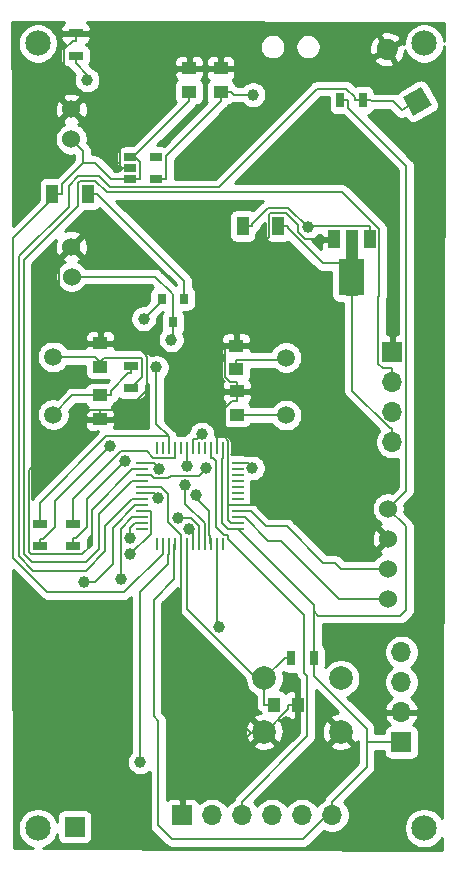
<source format=gbl>
G04 #@! TF.GenerationSoftware,KiCad,Pcbnew,5.1.6-c6e7f7d~87~ubuntu18.04.1*
G04 #@! TF.CreationDate,2020-11-02T00:43:46+05:30*
G04 #@! TF.ProjectId,Sensor_pcb_v3,53656e73-6f72-45f7-9063-625f76332e6b,rev?*
G04 #@! TF.SameCoordinates,Original*
G04 #@! TF.FileFunction,Copper,L2,Bot*
G04 #@! TF.FilePolarity,Positive*
%FSLAX46Y46*%
G04 Gerber Fmt 4.6, Leading zero omitted, Abs format (unit mm)*
G04 Created by KiCad (PCBNEW 5.1.6-c6e7f7d~87~ubuntu18.04.1) date 2020-11-02 00:43:46*
%MOMM*%
%LPD*%
G01*
G04 APERTURE LIST*
G04 #@! TA.AperFunction,ComponentPad*
%ADD10C,2.150000*%
G04 #@! TD*
G04 #@! TA.AperFunction,SMDPad,CuDef*
%ADD11R,0.800000X0.900000*%
G04 #@! TD*
G04 #@! TA.AperFunction,SMDPad,CuDef*
%ADD12R,1.000000X1.500000*%
G04 #@! TD*
G04 #@! TA.AperFunction,SMDPad,CuDef*
%ADD13C,0.100000*%
G04 #@! TD*
G04 #@! TA.AperFunction,ComponentPad*
%ADD14R,1.700000X1.700000*%
G04 #@! TD*
G04 #@! TA.AperFunction,ComponentPad*
%ADD15O,1.700000X1.700000*%
G04 #@! TD*
G04 #@! TA.AperFunction,ComponentPad*
%ADD16C,1.524000*%
G04 #@! TD*
G04 #@! TA.AperFunction,SMDPad,CuDef*
%ADD17R,1.000000X0.230000*%
G04 #@! TD*
G04 #@! TA.AperFunction,SMDPad,CuDef*
%ADD18R,0.230000X1.000000*%
G04 #@! TD*
G04 #@! TA.AperFunction,SMDPad,CuDef*
%ADD19R,1.300000X0.700000*%
G04 #@! TD*
G04 #@! TA.AperFunction,SMDPad,CuDef*
%ADD20R,1.000000X1.600000*%
G04 #@! TD*
G04 #@! TA.AperFunction,SMDPad,CuDef*
%ADD21R,1.000000X1.250000*%
G04 #@! TD*
G04 #@! TA.AperFunction,SMDPad,CuDef*
%ADD22R,1.250000X1.000000*%
G04 #@! TD*
G04 #@! TA.AperFunction,SMDPad,CuDef*
%ADD23R,0.700000X1.300000*%
G04 #@! TD*
G04 #@! TA.AperFunction,ComponentPad*
%ADD24C,0.100000*%
G04 #@! TD*
G04 #@! TA.AperFunction,SMDPad,CuDef*
%ADD25R,1.060000X0.650000*%
G04 #@! TD*
G04 #@! TA.AperFunction,ComponentPad*
%ADD26C,1.500000*%
G04 #@! TD*
G04 #@! TA.AperFunction,ComponentPad*
%ADD27C,2.000000*%
G04 #@! TD*
G04 #@! TA.AperFunction,ViaPad*
%ADD28C,1.000000*%
G04 #@! TD*
G04 #@! TA.AperFunction,Conductor*
%ADD29C,0.200000*%
G04 #@! TD*
G04 #@! TA.AperFunction,Conductor*
%ADD30C,0.254000*%
G04 #@! TD*
G04 APERTURE END LIST*
D10*
X58158000Y-87795100D03*
X25446400Y-87795100D03*
X25440640Y-21361400D03*
X58158000Y-21361400D03*
D11*
X36888400Y-44975000D03*
X37838400Y-42975000D03*
X35938400Y-42975000D03*
D12*
X50529400Y-37943700D03*
X53529400Y-37943700D03*
G04 #@! TA.AperFunction,SMDPad,CuDef*
D13*
G36*
X51558949Y-37184620D02*
G01*
X51565211Y-37186266D01*
X51587513Y-37193700D01*
X52539400Y-37193700D01*
X52549155Y-37194661D01*
X52558534Y-37197506D01*
X52567179Y-37202127D01*
X52574755Y-37208345D01*
X52580973Y-37215921D01*
X52585594Y-37224566D01*
X52588439Y-37233945D01*
X52589400Y-37243700D01*
X52589400Y-39633700D01*
X53039400Y-39633700D01*
X53049155Y-39634661D01*
X53058534Y-39637506D01*
X53067179Y-39642127D01*
X53074755Y-39648345D01*
X53080973Y-39655921D01*
X53085594Y-39664566D01*
X53088439Y-39673945D01*
X53089400Y-39683531D01*
X53099400Y-42633531D01*
X53098472Y-42643288D01*
X53095659Y-42652677D01*
X53091067Y-42661337D01*
X53084875Y-42668935D01*
X53077319Y-42675179D01*
X53068691Y-42679829D01*
X53059321Y-42682706D01*
X53049400Y-42683700D01*
X52539400Y-42683700D01*
X52539400Y-42723700D01*
X51539400Y-42723700D01*
X51539400Y-42683700D01*
X50989400Y-42683700D01*
X50979645Y-42682739D01*
X50970266Y-42679894D01*
X50961621Y-42675273D01*
X50954045Y-42669055D01*
X50947827Y-42661479D01*
X50943206Y-42652834D01*
X50940361Y-42643455D01*
X50939400Y-42633700D01*
X50939400Y-39623700D01*
X50940361Y-39613945D01*
X50943206Y-39604566D01*
X50947827Y-39595921D01*
X50954045Y-39588345D01*
X50961621Y-39582127D01*
X50970266Y-39577506D01*
X50979645Y-39574661D01*
X50989400Y-39573700D01*
X51509190Y-39573700D01*
X51499400Y-37233909D01*
X51500320Y-37224151D01*
X51503126Y-37214759D01*
X51507711Y-37206096D01*
X51513897Y-37198493D01*
X51521448Y-37192243D01*
X51530073Y-37187586D01*
X51539440Y-37184702D01*
X51549191Y-37183700D01*
X51558949Y-37184620D01*
G37*
G04 #@! TD.AperFunction*
D14*
X37655500Y-86700400D03*
D15*
X40195500Y-86700400D03*
X42735500Y-86700400D03*
X45275500Y-86700400D03*
X47815500Y-86700400D03*
X50355500Y-86700400D03*
D16*
X28298400Y-41092500D03*
X28288400Y-38552500D03*
D17*
X42362100Y-57421800D03*
D18*
X41092100Y-63771800D03*
X40584100Y-63771800D03*
X40076100Y-63771800D03*
X39568100Y-63771800D03*
X39060100Y-63771800D03*
X38552100Y-63771800D03*
X38044100Y-63771800D03*
X37536100Y-63771800D03*
X37028100Y-63771800D03*
X36520100Y-63771800D03*
X36012100Y-63771800D03*
X35504100Y-63771800D03*
D17*
X34234100Y-62501800D03*
X34234100Y-61993800D03*
X34234100Y-60977800D03*
X34234100Y-60469800D03*
X34234100Y-59961800D03*
X34234100Y-59453800D03*
X34234100Y-58945800D03*
X34234100Y-58437800D03*
X34234100Y-57929800D03*
X34234100Y-57421800D03*
X34234100Y-56913800D03*
D18*
X36012100Y-55643800D03*
X36520100Y-55643800D03*
X37028100Y-55643800D03*
X37536100Y-55643800D03*
X38044100Y-55643800D03*
X38552100Y-55643800D03*
X39060100Y-55643800D03*
X39568100Y-55643800D03*
X40076100Y-55643800D03*
X40584100Y-55643800D03*
X41092100Y-55643800D03*
D17*
X42362100Y-56913800D03*
X42362100Y-57929800D03*
X42362100Y-58437800D03*
X42362100Y-58945800D03*
X42362100Y-59453800D03*
X42362100Y-59961800D03*
X42362100Y-60469800D03*
X42362100Y-60977800D03*
X42362100Y-61485800D03*
X42362100Y-61993800D03*
X42362100Y-62501800D03*
D18*
X35504100Y-55643800D03*
D17*
X34234100Y-61485800D03*
D19*
X28427700Y-63919100D03*
X28427700Y-62019100D03*
X25641300Y-62031800D03*
X25641300Y-63931800D03*
D14*
X56235600Y-80518000D03*
D15*
X56235600Y-77978000D03*
X56235600Y-75438000D03*
X56235600Y-72898000D03*
D16*
X28283100Y-29464300D03*
X28273100Y-26924300D03*
D20*
X29673700Y-34097000D03*
X26673700Y-34097000D03*
D14*
X28562300Y-87688420D03*
X55473600Y-47475100D03*
D15*
X55473600Y-50015100D03*
X55473600Y-52555100D03*
X55473600Y-55095100D03*
D21*
X47443900Y-77355700D03*
X45443900Y-77355700D03*
D22*
X42227500Y-48947600D03*
X42227500Y-46947600D03*
X42296100Y-50805800D03*
X42296100Y-52805800D03*
X30723800Y-46752000D03*
X30723800Y-48752000D03*
X30678100Y-51158900D03*
X30678100Y-53158900D03*
X38257500Y-25447500D03*
X38257500Y-23447500D03*
X40914300Y-25469600D03*
X40914300Y-23469600D03*
D23*
X46921400Y-73418700D03*
X48821400Y-73418700D03*
D19*
X33340000Y-50548600D03*
X33340000Y-48648600D03*
X28638500Y-20490100D03*
X28638500Y-22390100D03*
D23*
X52948900Y-26159500D03*
X51048900Y-26159500D03*
G04 #@! TA.AperFunction,ComponentPad*
G36*
G01*
X55474000Y-22638514D02*
X55474000Y-22638514D01*
G75*
G02*
X54244577Y-22309091I-450000J779423D01*
G01*
X54244577Y-22309091D01*
G75*
G02*
X54574000Y-21079668I779423J450000D01*
G01*
X54574000Y-21079668D01*
G75*
G02*
X55803423Y-21409091I450000J-779423D01*
G01*
X55803423Y-21409091D01*
G75*
G02*
X55474000Y-22638514I-779423J-450000D01*
G01*
G37*
G04 #@! TD.AperFunction*
G04 #@! TA.AperFunction,ComponentPad*
D24*
G36*
X58793423Y-26587923D02*
G01*
X57234577Y-27487923D01*
X56334577Y-25929077D01*
X57893423Y-25029077D01*
X58793423Y-26587923D01*
G37*
G04 #@! TD.AperFunction*
D25*
X33271300Y-32860000D03*
X33271300Y-31910000D03*
X33271300Y-30960000D03*
X35471300Y-30960000D03*
X35471300Y-32860000D03*
D16*
X55107500Y-60744100D03*
X55107500Y-63284100D03*
X55107500Y-65824100D03*
X55107500Y-68364100D03*
D26*
X46454100Y-52830100D03*
X46454100Y-47950100D03*
X26746200Y-47896800D03*
X26746200Y-52776800D03*
D27*
X44620000Y-79618800D03*
X44620000Y-75118800D03*
X51120000Y-79618800D03*
X51120000Y-75118800D03*
D20*
X42795100Y-36814800D03*
X45795100Y-36814800D03*
D28*
X38812200Y-59553300D03*
X37921300Y-58746600D03*
X37339600Y-61555000D03*
X38221900Y-62494700D03*
X43664500Y-25696000D03*
X35726500Y-57361100D03*
X43599000Y-57303200D03*
X34105000Y-82203400D03*
X33264700Y-63247900D03*
X33273200Y-64617100D03*
X29394400Y-66975700D03*
X32464400Y-66740200D03*
X29617700Y-24451200D03*
X39715530Y-57284600D03*
X40788100Y-70802400D03*
X36743640Y-46454060D03*
X34409380Y-44665900D03*
X35614000Y-59816700D03*
X31585200Y-55438600D03*
X32841000Y-56705100D03*
X35490032Y-48788320D03*
X48302400Y-36931400D03*
X39337200Y-54421600D03*
X38115518Y-57136500D03*
D29*
X46921400Y-73418700D02*
X46271100Y-73418700D01*
X44620000Y-75118800D02*
X46271100Y-73467700D01*
X46271100Y-73467700D02*
X46271100Y-73418700D01*
X38044100Y-63771800D02*
X38044100Y-69230600D01*
X38044100Y-69230600D02*
X43932300Y-75118800D01*
X43932300Y-75118800D02*
X44620000Y-75118800D01*
X44620000Y-75118800D02*
X44620000Y-77332100D01*
X44620000Y-77332100D02*
X44643600Y-77355700D01*
X45443900Y-77355700D02*
X44643600Y-77355700D01*
X42227500Y-48147300D02*
X46256900Y-48147300D01*
X46256900Y-48147300D02*
X46454100Y-47950100D01*
X42227500Y-48947600D02*
X42227500Y-48147300D01*
X39911020Y-60985400D02*
X38812200Y-59886580D01*
X39983101Y-63678801D02*
X39983101Y-63031799D01*
X39911020Y-61774221D02*
X39911020Y-60985400D01*
X38812200Y-59886580D02*
X38812200Y-59553300D01*
X39983101Y-63031799D02*
X39968110Y-63016808D01*
X40076100Y-63771800D02*
X39983101Y-63678801D01*
X39968110Y-63016808D02*
X39968110Y-61831311D01*
X39968110Y-61831311D02*
X39911020Y-61774221D01*
X39568100Y-63771800D02*
X39568100Y-61997000D01*
X39568100Y-61997000D02*
X37921300Y-60350200D01*
X37921300Y-60350200D02*
X37921300Y-58746600D01*
X42296100Y-52805800D02*
X43221400Y-52805800D01*
X46454100Y-52830100D02*
X43245700Y-52830100D01*
X43245700Y-52830100D02*
X43221400Y-52805800D01*
X37339600Y-61555000D02*
X38422800Y-61555000D01*
X38422800Y-61555000D02*
X39060100Y-62192300D01*
X39060100Y-62192300D02*
X39060100Y-63771800D01*
X26746200Y-47896800D02*
X30268800Y-47896800D01*
X30268800Y-47896800D02*
X30723800Y-48351800D01*
X30723800Y-48752000D02*
X30723800Y-48351800D01*
X30723800Y-48351800D02*
X31077400Y-47998200D01*
X31077400Y-47998200D02*
X34229602Y-47998200D01*
X34229602Y-47998200D02*
X34290001Y-48058599D01*
X34290001Y-49598599D02*
X33340000Y-50548600D01*
X34290001Y-48058599D02*
X34290001Y-49598599D01*
X33340000Y-48648600D02*
X33340000Y-49298900D01*
X30678100Y-51158900D02*
X31603400Y-51158900D01*
X31603400Y-51158900D02*
X31603400Y-50791600D01*
X31603400Y-50791600D02*
X33096100Y-49298900D01*
X33096100Y-49298900D02*
X33340000Y-49298900D01*
X26746200Y-52776800D02*
X28364100Y-51158900D01*
X28364100Y-51158900D02*
X30678100Y-51158900D01*
X38221900Y-62494700D02*
X38552100Y-62824900D01*
X38552100Y-62824900D02*
X38552100Y-63771800D01*
X40914300Y-25469600D02*
X40914300Y-26269900D01*
X35471300Y-32860000D02*
X36301600Y-32860000D01*
X36301600Y-32860000D02*
X36301600Y-30882600D01*
X36301600Y-30882600D02*
X40914300Y-26269900D01*
X40914300Y-25469600D02*
X41839600Y-25469600D01*
X43664500Y-25696000D02*
X42066000Y-25696000D01*
X42066000Y-25696000D02*
X41839600Y-25469600D01*
X27073900Y-34097000D02*
X23367400Y-37803500D01*
X23367400Y-37803500D02*
X23367400Y-64926500D01*
X23367400Y-64926500D02*
X26263300Y-67822400D01*
X26263300Y-67822400D02*
X32761800Y-67822400D01*
X32761800Y-67822400D02*
X36012100Y-64572100D01*
X36012100Y-63771800D02*
X36012100Y-64572100D01*
X27073900Y-34097000D02*
X27474000Y-34097000D01*
X26673700Y-34097000D02*
X27073900Y-34097000D01*
X29274400Y-31496300D02*
X27474000Y-33296700D01*
X27474000Y-33296700D02*
X27474000Y-34097000D01*
X33686500Y-30960000D02*
X34101600Y-31375100D01*
X34101600Y-31375100D02*
X34101600Y-32860000D01*
X33686500Y-30960000D02*
X33686500Y-30818800D01*
X33686500Y-30818800D02*
X38257500Y-26247800D01*
X33271300Y-32860000D02*
X34101600Y-32860000D01*
X38257500Y-25447500D02*
X38257500Y-26247800D01*
X33271300Y-30960000D02*
X33686500Y-30960000D01*
X28283100Y-29464300D02*
X29274400Y-30455600D01*
X29274400Y-30455600D02*
X29274400Y-31496300D01*
X33271300Y-32860000D02*
X31678800Y-32860000D01*
X31678800Y-32860000D02*
X30315100Y-31496300D01*
X30315100Y-31496300D02*
X29274400Y-31496300D01*
X35343100Y-41092500D02*
X28298400Y-41092500D01*
X35726500Y-57361100D02*
X35279200Y-56913800D01*
X35279200Y-56913800D02*
X34234100Y-56913800D01*
X50355500Y-86700400D02*
X50355500Y-85550100D01*
X53290000Y-80518000D02*
X53290000Y-82615600D01*
X53290000Y-82615600D02*
X50355500Y-85550100D01*
X48821400Y-73418700D02*
X48821400Y-74899100D01*
X48821400Y-74899100D02*
X53290000Y-79367700D01*
X53290000Y-79367700D02*
X53290000Y-80518000D01*
X53290000Y-80518000D02*
X55085300Y-80518000D01*
X51699200Y-26159500D02*
X51699200Y-26809800D01*
X51699200Y-26809800D02*
X56640100Y-31750700D01*
X56640100Y-31750700D02*
X56640100Y-59211500D01*
X56640100Y-59211500D02*
X55107500Y-60744100D01*
X51048900Y-26159500D02*
X51699200Y-26159500D01*
X56235600Y-80518000D02*
X55085300Y-80518000D01*
X48821400Y-69438900D02*
X48821400Y-73418700D01*
X42377380Y-62501800D02*
X42362100Y-62501800D01*
X48821400Y-69438900D02*
X48821400Y-68945820D01*
X48821400Y-68945820D02*
X42377380Y-62501800D01*
X36935101Y-63864799D02*
X37028100Y-63771800D01*
X36953148Y-64745190D02*
X36953148Y-64413810D01*
X37007800Y-64799842D02*
X36953148Y-64745190D01*
X37007800Y-66702940D02*
X37007800Y-64799842D01*
X36935101Y-64395763D02*
X36935101Y-63864799D01*
X35245040Y-68465700D02*
X37007800Y-66702940D01*
X35245040Y-78317620D02*
X35245040Y-68465700D01*
X35646360Y-87571580D02*
X35646360Y-78718940D01*
X50355500Y-86700400D02*
X49954140Y-86700400D01*
X49954140Y-86700400D02*
X47932340Y-88722200D01*
X35646360Y-78718940D02*
X35245040Y-78317620D01*
X47932340Y-88722200D02*
X36796980Y-88722200D01*
X36953148Y-64413810D02*
X36935101Y-64395763D01*
X36796980Y-88722200D02*
X35646360Y-87571580D01*
X41021000Y-56515200D02*
X41092100Y-56444100D01*
X41092100Y-56444100D02*
X41092100Y-55643800D01*
X41021000Y-61961000D02*
X41021000Y-56515200D01*
X42362100Y-62501800D02*
X41561800Y-62501800D01*
X41561800Y-62501800D02*
X41021000Y-61961000D01*
X49202020Y-69819520D02*
X48821400Y-69438900D01*
X56139080Y-69819520D02*
X49202020Y-69819520D01*
X56619140Y-69339460D02*
X56139080Y-69819520D01*
X55107500Y-60744100D02*
X56619140Y-62255740D01*
X56619140Y-62255740D02*
X56619140Y-69339460D01*
X40241700Y-56444100D02*
X40076100Y-56444100D01*
X40515540Y-56717940D02*
X40241700Y-56444100D01*
X40515540Y-62296040D02*
X40515540Y-56717940D01*
X41191299Y-62971799D02*
X40515540Y-62296040D01*
X41507101Y-63287601D02*
X41507101Y-63031799D01*
X40076100Y-56444100D02*
X40076100Y-55643800D01*
X41447101Y-62971799D02*
X41191299Y-62971799D01*
X42735500Y-85550100D02*
X48263400Y-80022200D01*
X41507101Y-63031799D02*
X41447101Y-62971799D01*
X48011700Y-69792200D02*
X41507101Y-63287601D01*
X48263400Y-80022200D02*
X48263400Y-74907400D01*
X48263400Y-74907400D02*
X48011700Y-74655700D01*
X42735500Y-86700400D02*
X42735500Y-85550100D01*
X48011700Y-74655700D02*
X48011700Y-69792200D01*
X43162400Y-56913800D02*
X43209600Y-56913800D01*
X43209600Y-56913800D02*
X43599000Y-57303200D01*
X42362100Y-56913800D02*
X43162400Y-56913800D01*
X52948900Y-26159500D02*
X53599200Y-26159500D01*
X57564000Y-26258500D02*
X56246000Y-27019500D01*
X56246000Y-27019500D02*
X55485000Y-26258500D01*
X55485000Y-26258500D02*
X53698200Y-26258500D01*
X53698200Y-26258500D02*
X53599200Y-26159500D01*
X31163260Y-64348360D02*
X31163260Y-62232340D01*
X51574200Y-25191200D02*
X49090700Y-25191200D01*
X33433800Y-59961800D02*
X34234100Y-59961800D01*
X30594700Y-32596300D02*
X28875400Y-32596300D01*
X23837400Y-64798300D02*
X25058780Y-66019680D01*
X49090700Y-25191200D02*
X40749000Y-33532900D01*
X31163260Y-62232340D02*
X33433800Y-59961800D01*
X52298600Y-25915600D02*
X51574200Y-25191200D01*
X52948900Y-26159500D02*
X52298600Y-26159500D01*
X31531300Y-33532900D02*
X30594700Y-32596300D01*
X52298600Y-26159500D02*
X52298600Y-25915600D01*
X28875400Y-32596300D02*
X28064900Y-33406800D01*
X28064900Y-35167300D02*
X23837400Y-39394800D01*
X28064900Y-33406800D02*
X28064900Y-35167300D01*
X23837400Y-39394800D02*
X23837400Y-64798300D01*
X25058780Y-66019680D02*
X29491940Y-66019680D01*
X40749000Y-33532900D02*
X31531300Y-33532900D01*
X29491940Y-66019680D02*
X31163260Y-64348360D01*
X36520100Y-64546460D02*
X36553140Y-64579500D01*
X36553140Y-64579500D02*
X36484560Y-64648080D01*
X36484560Y-64648080D02*
X36484560Y-65425320D01*
X36520100Y-63771800D02*
X36520100Y-64546460D01*
X36484560Y-65425320D02*
X34105000Y-67804880D01*
X34105000Y-78659500D02*
X34105000Y-82203400D01*
X34105000Y-67804880D02*
X34105000Y-78659500D01*
X34234100Y-61993800D02*
X33633300Y-61993800D01*
X33633300Y-61993800D02*
X33264700Y-62362400D01*
X33264700Y-62362400D02*
X33264700Y-63247900D01*
X35034400Y-60977800D02*
X35034400Y-62855900D01*
X35034400Y-62855900D02*
X33273200Y-64617100D01*
X34234100Y-60977800D02*
X35034400Y-60977800D01*
X33677600Y-60469800D02*
X34234100Y-60469800D01*
X31793180Y-62354220D02*
X33677600Y-60469800D01*
X31793180Y-65463420D02*
X31793180Y-62354220D01*
X29394400Y-66975700D02*
X30280900Y-66975700D01*
X30280900Y-66975700D02*
X31793180Y-65463420D01*
X54029870Y-65824100D02*
X55107500Y-65824100D01*
X42362100Y-60977800D02*
X43477200Y-60977800D01*
X44753530Y-62254130D02*
X46536610Y-62254130D01*
X43477200Y-60977800D02*
X44753530Y-62254130D01*
X50604420Y-65316100D02*
X51112420Y-65824100D01*
X49598580Y-65316100D02*
X50604420Y-65316100D01*
X46536610Y-62254130D02*
X49598580Y-65316100D01*
X51112420Y-65824100D02*
X54029870Y-65824100D01*
X42951402Y-61485800D02*
X42362100Y-61485800D01*
X46033699Y-63486039D02*
X50911760Y-68364100D01*
X44951641Y-63486039D02*
X46033699Y-63486039D01*
X44951641Y-63486039D02*
X42951402Y-61485800D01*
X55107500Y-68364100D02*
X50911760Y-68364100D01*
X33433800Y-61485800D02*
X32464400Y-62455200D01*
X32464400Y-62455200D02*
X32464400Y-66740200D01*
X34234100Y-61485800D02*
X33433800Y-61485800D01*
X28638500Y-22390100D02*
X28638500Y-23040400D01*
X28638500Y-23040400D02*
X29617700Y-24019600D01*
X29617700Y-24019600D02*
X29617700Y-24451200D01*
X36462900Y-58174400D02*
X36691000Y-57946300D01*
X39053830Y-57946300D02*
X39715530Y-57284600D01*
X35279000Y-58174400D02*
X36462900Y-58174400D01*
X34234100Y-57929800D02*
X35034400Y-57929800D01*
X35034400Y-57929800D02*
X35279000Y-58174400D01*
X36691000Y-57946300D02*
X39053830Y-57946300D01*
X33433800Y-58437800D02*
X34234100Y-58437800D01*
X30655260Y-64129920D02*
X30655260Y-61216340D01*
X29491940Y-65293240D02*
X30655260Y-64129920D01*
X54329800Y-42708700D02*
X54329800Y-37058200D01*
X54277300Y-48459300D02*
X54277300Y-42761200D01*
X30655260Y-61216340D02*
X33433800Y-58437800D01*
X54682800Y-48864800D02*
X54277300Y-48459300D01*
X55473600Y-50015100D02*
X55473600Y-48864800D01*
X54329800Y-37058200D02*
X51204900Y-33933300D01*
X54277300Y-42761200D02*
X54329800Y-42708700D01*
X55473600Y-48864800D02*
X54682800Y-48864800D01*
X28873300Y-35094400D02*
X24238600Y-39729100D01*
X51204900Y-33933300D02*
X31265500Y-33933300D01*
X24936540Y-65293240D02*
X29491940Y-65293240D01*
X31265500Y-33933300D02*
X30328800Y-32996600D01*
X30328800Y-32996600D02*
X29041200Y-32996600D01*
X29041200Y-32996600D02*
X28873300Y-33164500D01*
X28873300Y-33164500D02*
X28873300Y-35094400D01*
X24238600Y-39729100D02*
X24238600Y-64595300D01*
X24238600Y-64595300D02*
X24936540Y-65293240D01*
X40584100Y-63771800D02*
X40584100Y-70598400D01*
X40584100Y-70598400D02*
X40788100Y-70802400D01*
X30723800Y-46752000D02*
X30723800Y-45951700D01*
X28288400Y-38552500D02*
X27228800Y-39612100D01*
X27228800Y-39612100D02*
X27228800Y-42456700D01*
X27228800Y-42456700D02*
X30723800Y-45951700D01*
X30678100Y-52358600D02*
X29828000Y-52358600D01*
X29828000Y-52358600D02*
X24686200Y-57500400D01*
X24686200Y-57500400D02*
X24686200Y-64403700D01*
X24686200Y-64403700D02*
X24865800Y-64583300D01*
X24865800Y-64583300D02*
X29217200Y-64583300D01*
X29217200Y-64583300D02*
X30001200Y-63799300D01*
X30001200Y-63799300D02*
X30001200Y-60854400D01*
X30001200Y-60854400D02*
X33433800Y-57421800D01*
X30723800Y-46752000D02*
X33530300Y-46752000D01*
X33530300Y-46752000D02*
X33676500Y-46898200D01*
X35034400Y-58945800D02*
X35875000Y-58945800D01*
X35875000Y-58945800D02*
X36427800Y-59498600D01*
X36427800Y-59498600D02*
X36427800Y-61863200D01*
X36427800Y-61863200D02*
X37536100Y-62971500D01*
X41561800Y-60469800D02*
X41561800Y-61735400D01*
X41561800Y-61735400D02*
X41820200Y-61993800D01*
X41820200Y-61993800D02*
X42362100Y-61993800D01*
X41661900Y-60469800D02*
X41561800Y-60469800D01*
X42362100Y-60469800D02*
X41661900Y-60469800D01*
X41271200Y-54723100D02*
X41561800Y-55013700D01*
X41561800Y-55013700D02*
X41561800Y-60469800D01*
X42296100Y-51606100D02*
X41895900Y-51606100D01*
X41895900Y-51606100D02*
X41271200Y-52230800D01*
X41271200Y-52230800D02*
X41271200Y-54723100D01*
X40584100Y-54843500D02*
X40704500Y-54723100D01*
X40704500Y-54723100D02*
X41271200Y-54723100D01*
X49729100Y-37943700D02*
X48107000Y-37943700D01*
X48107000Y-37943700D02*
X47470400Y-37307100D01*
X47470400Y-37307100D02*
X47470400Y-36694300D01*
X47470400Y-36694300D02*
X46490500Y-35714400D01*
X46490500Y-35714400D02*
X45145300Y-35714400D01*
X45145300Y-35714400D02*
X44994700Y-35865000D01*
X44994700Y-35865000D02*
X44994700Y-37728900D01*
X44994700Y-37728900D02*
X38539100Y-44184500D01*
X50529400Y-37943700D02*
X49729100Y-37943700D01*
X42296100Y-50005500D02*
X41695900Y-50005500D01*
X41695900Y-50005500D02*
X41302200Y-49611800D01*
X41302200Y-49611800D02*
X41302200Y-46947600D01*
X30678100Y-52360200D02*
X30678100Y-52358600D01*
X30678100Y-53158900D02*
X30678100Y-52360200D01*
X34234100Y-57421800D02*
X33433800Y-57421800D01*
X34234100Y-58945800D02*
X35034400Y-58945800D01*
X37536100Y-63771800D02*
X37536100Y-62971500D01*
X37536100Y-64171900D02*
X37536100Y-63771800D01*
X42296100Y-50805800D02*
X42296100Y-50005500D01*
X42296100Y-50805800D02*
X42296100Y-51606100D01*
X40584100Y-55643800D02*
X40584100Y-54843500D01*
X42227500Y-46947600D02*
X41302200Y-46947600D01*
X37536100Y-64171900D02*
X37536100Y-64572100D01*
X40914300Y-23469600D02*
X39989000Y-23469600D01*
X39989000Y-23469600D02*
X39966900Y-23447500D01*
X39966900Y-23447500D02*
X38257500Y-23447500D01*
X38257500Y-23447500D02*
X37332200Y-23447500D01*
X31746500Y-29264100D02*
X37332200Y-23678400D01*
X37332200Y-23678400D02*
X37332200Y-23447500D01*
X31746500Y-29264100D02*
X32441000Y-29958600D01*
X32441000Y-29958600D02*
X32441000Y-31910000D01*
X28273100Y-26924300D02*
X30612900Y-29264100D01*
X30612900Y-29264100D02*
X31746500Y-29264100D01*
X43482300Y-79723300D02*
X37536100Y-73777100D01*
X37536100Y-73777100D02*
X37536100Y-64572100D01*
X33271300Y-31910000D02*
X32441000Y-31910000D01*
X28638500Y-21140400D02*
X28394600Y-21140400D01*
X28394600Y-21140400D02*
X27683000Y-21852000D01*
X27683000Y-21852000D02*
X27683000Y-26334200D01*
X27683000Y-26334200D02*
X28273100Y-26924300D01*
X43482300Y-79723300D02*
X44515500Y-79723300D01*
X44515500Y-79723300D02*
X44620000Y-79618800D01*
X43482300Y-79723300D02*
X37655500Y-85550100D01*
X37655500Y-86700400D02*
X37655500Y-85550100D01*
X46643600Y-77355700D02*
X46643600Y-77735400D01*
X46643600Y-77735400D02*
X44760200Y-79618800D01*
X44760200Y-79618800D02*
X44620000Y-79618800D01*
X28638500Y-20490100D02*
X28638500Y-21140400D01*
X47443900Y-77355700D02*
X46643600Y-77355700D01*
X52984060Y-61160660D02*
X55107500Y-63284100D01*
X44752260Y-61160660D02*
X52984060Y-61160660D01*
X42362100Y-60469800D02*
X44061400Y-60469800D01*
X44061400Y-60469800D02*
X44752260Y-61160660D01*
X36888400Y-46309300D02*
X36743640Y-46454060D01*
X36888400Y-44975000D02*
X36888400Y-46309300D01*
X36888400Y-42637800D02*
X36774700Y-42524100D01*
X36888400Y-44975000D02*
X36888400Y-42637800D01*
X36774700Y-42524100D02*
X35343100Y-41092500D01*
X33676500Y-46898200D02*
X33695302Y-46898200D01*
X33007500Y-52360200D02*
X30678100Y-52360200D01*
X34690012Y-50677688D02*
X33007500Y-52360200D01*
X34690012Y-47892910D02*
X34690012Y-50677688D01*
X34488131Y-47691029D02*
X40485071Y-47691029D01*
X41265350Y-46910750D02*
X38539100Y-44184500D01*
X41302200Y-46947600D02*
X41265350Y-46910750D01*
X34488131Y-47691029D02*
X34690012Y-47892910D01*
X40485071Y-47691029D02*
X41265350Y-46910750D01*
X33695302Y-46898200D02*
X34488131Y-47691029D01*
X35614000Y-59816700D02*
X35251100Y-59453800D01*
X35251100Y-59453800D02*
X34234100Y-59453800D01*
X29673700Y-34097000D02*
X30474000Y-34097000D01*
X37838400Y-41461400D02*
X37688040Y-41311040D01*
X37838400Y-42975000D02*
X37838400Y-41461400D01*
X30474000Y-34097000D02*
X37688040Y-41311040D01*
X25641300Y-63931800D02*
X25641300Y-63281500D01*
X31585200Y-55438600D02*
X26890900Y-60132900D01*
X26890900Y-60132900D02*
X26890900Y-62275800D01*
X26890900Y-62275800D02*
X25885200Y-63281500D01*
X25885200Y-63281500D02*
X25641300Y-63281500D01*
X28427700Y-63268800D02*
X28671600Y-63268800D01*
X28671600Y-63268800D02*
X29600800Y-62339600D01*
X29600800Y-62339600D02*
X29600800Y-59945300D01*
X29600800Y-59945300D02*
X32841000Y-56705100D01*
X28427700Y-63919100D02*
X28427700Y-63268800D01*
X36520100Y-54943600D02*
X36520100Y-54638300D01*
X36520100Y-54638300D02*
X31253700Y-54638300D01*
X31253700Y-54638300D02*
X25641300Y-60250700D01*
X25641300Y-60250700D02*
X25641300Y-61381500D01*
X36520100Y-55643800D02*
X36520100Y-54943600D01*
X25641300Y-62031800D02*
X25641300Y-61381500D01*
X35938400Y-43136880D02*
X35938400Y-42975000D01*
X34409380Y-44665900D02*
X35938400Y-43136880D01*
X35490032Y-53608232D02*
X35490032Y-49495426D01*
X36520100Y-54638300D02*
X35490032Y-53608232D01*
X35490032Y-49495426D02*
X35490032Y-48788320D01*
X28427700Y-61368800D02*
X28427700Y-59954800D01*
X28427700Y-59954800D02*
X32478100Y-55904400D01*
X32478100Y-55904400D02*
X34651900Y-55904400D01*
X34651900Y-55904400D02*
X35191600Y-56444100D01*
X35191600Y-56444100D02*
X37028100Y-56444100D01*
X28427700Y-62019100D02*
X28427700Y-61368800D01*
X37028100Y-55643800D02*
X37028100Y-56444100D01*
X45795100Y-36814800D02*
X46595400Y-36814800D01*
X46595400Y-36814800D02*
X46595400Y-37014900D01*
X46595400Y-37014900D02*
X49554200Y-39973700D01*
X49554200Y-39973700D02*
X52039400Y-39973700D01*
X52039400Y-39973700D02*
X52039400Y-50749000D01*
X52039400Y-50749000D02*
X55235200Y-53944800D01*
X55235200Y-53944800D02*
X55473600Y-53944800D01*
X55473600Y-55095100D02*
X55473600Y-53944800D01*
X42795100Y-36814800D02*
X43595400Y-36814800D01*
X43595400Y-36814800D02*
X43595400Y-36614700D01*
X43595400Y-36614700D02*
X44911600Y-35298500D01*
X44911600Y-35298500D02*
X46669500Y-35298500D01*
X46669500Y-35298500D02*
X48302400Y-36931400D01*
X53529400Y-37943700D02*
X53529400Y-36893400D01*
X48302400Y-36931400D02*
X48399200Y-36834600D01*
X48399200Y-36834600D02*
X53470600Y-36834600D01*
X53470600Y-36834600D02*
X53529400Y-36893400D01*
X38552100Y-55643800D02*
X38552100Y-54843500D01*
X38552100Y-54843500D02*
X38915300Y-54843500D01*
X38915300Y-54843500D02*
X39337200Y-54421600D01*
X38044100Y-55643800D02*
X38044100Y-57065082D01*
X38044100Y-57065082D02*
X38115518Y-57136500D01*
D30*
G36*
X27685457Y-19582062D02*
G01*
X27634006Y-19609563D01*
X27537315Y-19688915D01*
X27457963Y-19785606D01*
X27398998Y-19895920D01*
X27362688Y-20015618D01*
X27350428Y-20140100D01*
X27353500Y-20204350D01*
X27512250Y-20363100D01*
X28511500Y-20363100D01*
X28511500Y-20343100D01*
X28765500Y-20343100D01*
X28765500Y-20363100D01*
X29764750Y-20363100D01*
X29923500Y-20204350D01*
X29926572Y-20140100D01*
X29914312Y-20015618D01*
X29878002Y-19895920D01*
X29819037Y-19785606D01*
X29739685Y-19688915D01*
X29642994Y-19609563D01*
X29594499Y-19583642D01*
X59862293Y-19608695D01*
X59857151Y-21138437D01*
X59802286Y-20862611D01*
X59673382Y-20551411D01*
X59486244Y-20271339D01*
X59248061Y-20033156D01*
X58967989Y-19846018D01*
X58656789Y-19717114D01*
X58326420Y-19651400D01*
X57989580Y-19651400D01*
X57659211Y-19717114D01*
X57348011Y-19846018D01*
X57067939Y-20033156D01*
X56829756Y-20271339D01*
X56642618Y-20551411D01*
X56513714Y-20862611D01*
X56448000Y-21192980D01*
X56448000Y-21396945D01*
X56274814Y-21283580D01*
X55197485Y-21905576D01*
X55819174Y-22982373D01*
X56085392Y-22967996D01*
X56199953Y-22845687D01*
X56369833Y-22597314D01*
X56487993Y-22320570D01*
X56549893Y-22026091D01*
X56550723Y-21949535D01*
X56642618Y-22171389D01*
X56829756Y-22451461D01*
X57067939Y-22689644D01*
X57348011Y-22876782D01*
X57659211Y-23005686D01*
X57989580Y-23071400D01*
X58326420Y-23071400D01*
X58656789Y-23005686D01*
X58967989Y-22876782D01*
X59248061Y-22689644D01*
X59486244Y-22451461D01*
X59673382Y-22171389D01*
X59802286Y-21860189D01*
X59855626Y-21592029D01*
X59635994Y-86929156D01*
X59486244Y-86705039D01*
X59248061Y-86466856D01*
X58967989Y-86279718D01*
X58656789Y-86150814D01*
X58326420Y-86085100D01*
X57989580Y-86085100D01*
X57659211Y-86150814D01*
X57348011Y-86279718D01*
X57067939Y-86466856D01*
X56829756Y-86705039D01*
X56642618Y-86985111D01*
X56513714Y-87296311D01*
X56448000Y-87626680D01*
X56448000Y-87963520D01*
X56513714Y-88293889D01*
X56642618Y-88605089D01*
X56829756Y-88885161D01*
X57067939Y-89123344D01*
X57348011Y-89310482D01*
X57659211Y-89439386D01*
X57989580Y-89505100D01*
X58326420Y-89505100D01*
X58656789Y-89439386D01*
X58967989Y-89310482D01*
X59248061Y-89123344D01*
X59486244Y-88885161D01*
X59630143Y-88669801D01*
X59626929Y-89625795D01*
X25870689Y-89454205D01*
X25945189Y-89439386D01*
X26256389Y-89310482D01*
X26536461Y-89123344D01*
X26774644Y-88885161D01*
X26961782Y-88605089D01*
X27074228Y-88333622D01*
X27074228Y-88538420D01*
X27086488Y-88662902D01*
X27122798Y-88782600D01*
X27181763Y-88892914D01*
X27261115Y-88989605D01*
X27357806Y-89068957D01*
X27468120Y-89127922D01*
X27587818Y-89164232D01*
X27712300Y-89176492D01*
X29412300Y-89176492D01*
X29536782Y-89164232D01*
X29656480Y-89127922D01*
X29766794Y-89068957D01*
X29863485Y-88989605D01*
X29942837Y-88892914D01*
X30001802Y-88782600D01*
X30038112Y-88662902D01*
X30050372Y-88538420D01*
X30050372Y-86838420D01*
X30038112Y-86713938D01*
X30001802Y-86594240D01*
X29942837Y-86483926D01*
X29863485Y-86387235D01*
X29766794Y-86307883D01*
X29656480Y-86248918D01*
X29536782Y-86212608D01*
X29412300Y-86200348D01*
X27712300Y-86200348D01*
X27587818Y-86212608D01*
X27468120Y-86248918D01*
X27357806Y-86307883D01*
X27261115Y-86387235D01*
X27181763Y-86483926D01*
X27122798Y-86594240D01*
X27086488Y-86713938D01*
X27074228Y-86838420D01*
X27074228Y-87256578D01*
X26961782Y-86985111D01*
X26774644Y-86705039D01*
X26536461Y-86466856D01*
X26256389Y-86279718D01*
X25945189Y-86150814D01*
X25614820Y-86085100D01*
X25277980Y-86085100D01*
X24947611Y-86150814D01*
X24636411Y-86279718D01*
X24356339Y-86466856D01*
X24118156Y-86705039D01*
X23931018Y-86985111D01*
X23802114Y-87296311D01*
X23736400Y-87626680D01*
X23736400Y-87963520D01*
X23802114Y-88293889D01*
X23931018Y-88605089D01*
X24118156Y-88885161D01*
X24356339Y-89123344D01*
X24636411Y-89310482D01*
X24947611Y-89439386D01*
X24999857Y-89449778D01*
X23403359Y-89441663D01*
X23365929Y-65964475D01*
X25718046Y-68316593D01*
X25741062Y-68344638D01*
X25852980Y-68436487D01*
X25980667Y-68504737D01*
X26077186Y-68534016D01*
X26119214Y-68546765D01*
X26263299Y-68560956D01*
X26299404Y-68557400D01*
X32725695Y-68557400D01*
X32761800Y-68560956D01*
X32797905Y-68557400D01*
X32905885Y-68546765D01*
X33044433Y-68504737D01*
X33172120Y-68436487D01*
X33284038Y-68344638D01*
X33307059Y-68316587D01*
X33370000Y-68253646D01*
X33370001Y-78623386D01*
X33370000Y-78623396D01*
X33370001Y-81333267D01*
X33223388Y-81479880D01*
X33099176Y-81665776D01*
X33013617Y-81872333D01*
X32970000Y-82091612D01*
X32970000Y-82315188D01*
X33013617Y-82534467D01*
X33099176Y-82741024D01*
X33223388Y-82926920D01*
X33381480Y-83085012D01*
X33567376Y-83209224D01*
X33773933Y-83294783D01*
X33993212Y-83338400D01*
X34216788Y-83338400D01*
X34436067Y-83294783D01*
X34642624Y-83209224D01*
X34828520Y-83085012D01*
X34911361Y-83002171D01*
X34911360Y-87535475D01*
X34907804Y-87571580D01*
X34911360Y-87607684D01*
X34921995Y-87715664D01*
X34964023Y-87854212D01*
X35032273Y-87981899D01*
X35124122Y-88093817D01*
X35152168Y-88116834D01*
X36251726Y-89216393D01*
X36274742Y-89244438D01*
X36386660Y-89336287D01*
X36514347Y-89404537D01*
X36652895Y-89446565D01*
X36760875Y-89457200D01*
X36760884Y-89457200D01*
X36796979Y-89460755D01*
X36833074Y-89457200D01*
X47896235Y-89457200D01*
X47932340Y-89460756D01*
X47968445Y-89457200D01*
X48076425Y-89446565D01*
X48214973Y-89404537D01*
X48342660Y-89336287D01*
X48454578Y-89244438D01*
X48477598Y-89216388D01*
X49670126Y-88023861D01*
X49922342Y-88128332D01*
X50209240Y-88185400D01*
X50501760Y-88185400D01*
X50788658Y-88128332D01*
X51058911Y-88016390D01*
X51302132Y-87853875D01*
X51508975Y-87647032D01*
X51671490Y-87403811D01*
X51783432Y-87133558D01*
X51840500Y-86846660D01*
X51840500Y-86554140D01*
X51783432Y-86267242D01*
X51671490Y-85996989D01*
X51508975Y-85753768D01*
X51350127Y-85594920D01*
X53784193Y-83160854D01*
X53812238Y-83137838D01*
X53904087Y-83025920D01*
X53957004Y-82926920D01*
X53972337Y-82898234D01*
X54014365Y-82759685D01*
X54028556Y-82615600D01*
X54025000Y-82579495D01*
X54025000Y-81253000D01*
X54747528Y-81253000D01*
X54747528Y-81368000D01*
X54759788Y-81492482D01*
X54796098Y-81612180D01*
X54855063Y-81722494D01*
X54934415Y-81819185D01*
X55031106Y-81898537D01*
X55141420Y-81957502D01*
X55261118Y-81993812D01*
X55385600Y-82006072D01*
X57085600Y-82006072D01*
X57210082Y-81993812D01*
X57329780Y-81957502D01*
X57440094Y-81898537D01*
X57536785Y-81819185D01*
X57616137Y-81722494D01*
X57675102Y-81612180D01*
X57711412Y-81492482D01*
X57723672Y-81368000D01*
X57723672Y-79668000D01*
X57711412Y-79543518D01*
X57675102Y-79423820D01*
X57616137Y-79313506D01*
X57536785Y-79216815D01*
X57440094Y-79137463D01*
X57329780Y-79078498D01*
X57249134Y-79054034D01*
X57333188Y-78978269D01*
X57507241Y-78744920D01*
X57632425Y-78482099D01*
X57677076Y-78334890D01*
X57555755Y-78105000D01*
X56362600Y-78105000D01*
X56362600Y-78125000D01*
X56108600Y-78125000D01*
X56108600Y-78105000D01*
X54915445Y-78105000D01*
X54794124Y-78334890D01*
X54838775Y-78482099D01*
X54963959Y-78744920D01*
X55138012Y-78978269D01*
X55222066Y-79054034D01*
X55141420Y-79078498D01*
X55031106Y-79137463D01*
X54934415Y-79216815D01*
X54855063Y-79313506D01*
X54796098Y-79423820D01*
X54759788Y-79543518D01*
X54747528Y-79668000D01*
X54747528Y-79783000D01*
X54025000Y-79783000D01*
X54025000Y-79403805D01*
X54028556Y-79367700D01*
X54014365Y-79223615D01*
X53972337Y-79085066D01*
X53904087Y-78957380D01*
X53835253Y-78873506D01*
X53835250Y-78873503D01*
X53812237Y-78845462D01*
X53784197Y-78822450D01*
X51636370Y-76674624D01*
X51894463Y-76567718D01*
X52162252Y-76388787D01*
X52389987Y-76161052D01*
X52568918Y-75893263D01*
X52692168Y-75595712D01*
X52755000Y-75279833D01*
X52755000Y-74957767D01*
X52692168Y-74641888D01*
X52568918Y-74344337D01*
X52389987Y-74076548D01*
X52162252Y-73848813D01*
X51894463Y-73669882D01*
X51596912Y-73546632D01*
X51281033Y-73483800D01*
X50958967Y-73483800D01*
X50643088Y-73546632D01*
X50345537Y-73669882D01*
X50077748Y-73848813D01*
X49850013Y-74076548D01*
X49801557Y-74149068D01*
X49809472Y-74068700D01*
X49809472Y-72768700D01*
X49807802Y-72751740D01*
X54750600Y-72751740D01*
X54750600Y-73044260D01*
X54807668Y-73331158D01*
X54919610Y-73601411D01*
X55082125Y-73844632D01*
X55288968Y-74051475D01*
X55463360Y-74168000D01*
X55288968Y-74284525D01*
X55082125Y-74491368D01*
X54919610Y-74734589D01*
X54807668Y-75004842D01*
X54750600Y-75291740D01*
X54750600Y-75584260D01*
X54807668Y-75871158D01*
X54919610Y-76141411D01*
X55082125Y-76384632D01*
X55288968Y-76591475D01*
X55471134Y-76713195D01*
X55354245Y-76782822D01*
X55138012Y-76977731D01*
X54963959Y-77211080D01*
X54838775Y-77473901D01*
X54794124Y-77621110D01*
X54915445Y-77851000D01*
X56108600Y-77851000D01*
X56108600Y-77831000D01*
X56362600Y-77831000D01*
X56362600Y-77851000D01*
X57555755Y-77851000D01*
X57677076Y-77621110D01*
X57632425Y-77473901D01*
X57507241Y-77211080D01*
X57333188Y-76977731D01*
X57116955Y-76782822D01*
X57000066Y-76713195D01*
X57182232Y-76591475D01*
X57389075Y-76384632D01*
X57551590Y-76141411D01*
X57663532Y-75871158D01*
X57720600Y-75584260D01*
X57720600Y-75291740D01*
X57663532Y-75004842D01*
X57551590Y-74734589D01*
X57389075Y-74491368D01*
X57182232Y-74284525D01*
X57007840Y-74168000D01*
X57182232Y-74051475D01*
X57389075Y-73844632D01*
X57551590Y-73601411D01*
X57663532Y-73331158D01*
X57720600Y-73044260D01*
X57720600Y-72751740D01*
X57663532Y-72464842D01*
X57551590Y-72194589D01*
X57389075Y-71951368D01*
X57182232Y-71744525D01*
X56939011Y-71582010D01*
X56668758Y-71470068D01*
X56381860Y-71413000D01*
X56089340Y-71413000D01*
X55802442Y-71470068D01*
X55532189Y-71582010D01*
X55288968Y-71744525D01*
X55082125Y-71951368D01*
X54919610Y-72194589D01*
X54807668Y-72464842D01*
X54750600Y-72751740D01*
X49807802Y-72751740D01*
X49797212Y-72644218D01*
X49760902Y-72524520D01*
X49701937Y-72414206D01*
X49622585Y-72317515D01*
X49556400Y-72263199D01*
X49556400Y-70554520D01*
X56102975Y-70554520D01*
X56139080Y-70558076D01*
X56175185Y-70554520D01*
X56283165Y-70543885D01*
X56421713Y-70501857D01*
X56549400Y-70433607D01*
X56661318Y-70341758D01*
X56684339Y-70313707D01*
X57113327Y-69884719D01*
X57141378Y-69861698D01*
X57233227Y-69749780D01*
X57301477Y-69622093D01*
X57343505Y-69483545D01*
X57354140Y-69375565D01*
X57354140Y-69375556D01*
X57357695Y-69339461D01*
X57354140Y-69303366D01*
X57354140Y-62291845D01*
X57357696Y-62255740D01*
X57343505Y-62111655D01*
X57336407Y-62088255D01*
X57301477Y-61973107D01*
X57233227Y-61845420D01*
X57226836Y-61837633D01*
X57164393Y-61761546D01*
X57164390Y-61761543D01*
X57141377Y-61733502D01*
X57113337Y-61710490D01*
X56468006Y-61065160D01*
X56504500Y-60881692D01*
X56504500Y-60606508D01*
X56468006Y-60423040D01*
X57134293Y-59756754D01*
X57162338Y-59733738D01*
X57254187Y-59621820D01*
X57266981Y-59597885D01*
X57322437Y-59494134D01*
X57364465Y-59355585D01*
X57378656Y-59211500D01*
X57375100Y-59175395D01*
X57375100Y-31786805D01*
X57378656Y-31750700D01*
X57364465Y-31606615D01*
X57349522Y-31557356D01*
X57322437Y-31468067D01*
X57254187Y-31340380D01*
X57253050Y-31338995D01*
X57185353Y-31256506D01*
X57185350Y-31256503D01*
X57162337Y-31228462D01*
X57134297Y-31205451D01*
X53369468Y-27440622D01*
X53423382Y-27435312D01*
X53543080Y-27399002D01*
X53653394Y-27340037D01*
X53750085Y-27260685D01*
X53829437Y-27163994D01*
X53888402Y-27053680D01*
X53906657Y-26993500D01*
X55180554Y-26993500D01*
X55683673Y-27496620D01*
X55690739Y-27506480D01*
X55734774Y-27547721D01*
X55751806Y-27564753D01*
X55761133Y-27572408D01*
X55796413Y-27605449D01*
X55816966Y-27618229D01*
X55835680Y-27633587D01*
X55878323Y-27656380D01*
X55919365Y-27681900D01*
X55942012Y-27690423D01*
X55963366Y-27701837D01*
X56009634Y-27715872D01*
X56054869Y-27732896D01*
X56078750Y-27736838D01*
X56101915Y-27743865D01*
X56150025Y-27748603D01*
X56197718Y-27756476D01*
X56221909Y-27755683D01*
X56246000Y-27758056D01*
X56294116Y-27753317D01*
X56342422Y-27751734D01*
X56365989Y-27746238D01*
X56390085Y-27743865D01*
X56436358Y-27729828D01*
X56483422Y-27718853D01*
X56505464Y-27708865D01*
X56528633Y-27701837D01*
X56571274Y-27679045D01*
X56582251Y-27674071D01*
X56599513Y-27664104D01*
X56681990Y-27806959D01*
X56754849Y-27908633D01*
X56846143Y-27994140D01*
X56952365Y-28060192D01*
X57069432Y-28104253D01*
X57192845Y-28124629D01*
X57317862Y-28120536D01*
X57439678Y-28092133D01*
X57553613Y-28040510D01*
X59112459Y-27140510D01*
X59214133Y-27067651D01*
X59299640Y-26976357D01*
X59365692Y-26870135D01*
X59409753Y-26753068D01*
X59430129Y-26629655D01*
X59426036Y-26504638D01*
X59397633Y-26382822D01*
X59346010Y-26268887D01*
X58446010Y-24710041D01*
X58373151Y-24608367D01*
X58281857Y-24522860D01*
X58175635Y-24456808D01*
X58058568Y-24412747D01*
X57935155Y-24392371D01*
X57810138Y-24396464D01*
X57688322Y-24424867D01*
X57574387Y-24476490D01*
X56015541Y-25376490D01*
X55913867Y-25449349D01*
X55828360Y-25540643D01*
X55796634Y-25591664D01*
X55767633Y-25576163D01*
X55629085Y-25534135D01*
X55521105Y-25523500D01*
X55485000Y-25519944D01*
X55448895Y-25523500D01*
X53968524Y-25523500D01*
X53936674Y-25506476D01*
X53924712Y-25385018D01*
X53888402Y-25265320D01*
X53829437Y-25155006D01*
X53750085Y-25058315D01*
X53653394Y-24978963D01*
X53543080Y-24919998D01*
X53423382Y-24883688D01*
X53298900Y-24871428D01*
X52598900Y-24871428D01*
X52474418Y-24883688D01*
X52354720Y-24919998D01*
X52346720Y-24924274D01*
X52119458Y-24697012D01*
X52096438Y-24668962D01*
X51984520Y-24577113D01*
X51856833Y-24508863D01*
X51718285Y-24466835D01*
X51610305Y-24456200D01*
X51574200Y-24452644D01*
X51538095Y-24456200D01*
X49126794Y-24456200D01*
X49090699Y-24452645D01*
X49054604Y-24456200D01*
X49054595Y-24456200D01*
X48946615Y-24466835D01*
X48808067Y-24508863D01*
X48680380Y-24577113D01*
X48568462Y-24668962D01*
X48545446Y-24697007D01*
X40444554Y-32797900D01*
X37036600Y-32797900D01*
X37036600Y-31187046D01*
X41408493Y-26815154D01*
X41436538Y-26792138D01*
X41528387Y-26680220D01*
X41568713Y-26604775D01*
X41663782Y-26595412D01*
X41783480Y-26559102D01*
X41893794Y-26500137D01*
X41983595Y-26426440D01*
X42066000Y-26434556D01*
X42102105Y-26431000D01*
X42794368Y-26431000D01*
X42940980Y-26577612D01*
X43126876Y-26701824D01*
X43333433Y-26787383D01*
X43552712Y-26831000D01*
X43776288Y-26831000D01*
X43995567Y-26787383D01*
X44202124Y-26701824D01*
X44388020Y-26577612D01*
X44546112Y-26419520D01*
X44670324Y-26233624D01*
X44755883Y-26027067D01*
X44799500Y-25807788D01*
X44799500Y-25584212D01*
X44755883Y-25364933D01*
X44670324Y-25158376D01*
X44546112Y-24972480D01*
X44388020Y-24814388D01*
X44202124Y-24690176D01*
X43995567Y-24604617D01*
X43776288Y-24561000D01*
X43552712Y-24561000D01*
X43333433Y-24604617D01*
X43126876Y-24690176D01*
X42940980Y-24814388D01*
X42794368Y-24961000D01*
X42373030Y-24961000D01*
X42361838Y-24947362D01*
X42249920Y-24855513D01*
X42152464Y-24803422D01*
X42128802Y-24725420D01*
X42069837Y-24615106D01*
X41990485Y-24518415D01*
X41931004Y-24469600D01*
X41990485Y-24420785D01*
X42069837Y-24324094D01*
X42128802Y-24213780D01*
X42165112Y-24094082D01*
X42177372Y-23969600D01*
X42174300Y-23755350D01*
X42015550Y-23596600D01*
X41041300Y-23596600D01*
X41041300Y-23616600D01*
X40787300Y-23616600D01*
X40787300Y-23596600D01*
X39813050Y-23596600D01*
X39654300Y-23755350D01*
X39651228Y-23969600D01*
X39663488Y-24094082D01*
X39699798Y-24213780D01*
X39758763Y-24324094D01*
X39838115Y-24420785D01*
X39897596Y-24469600D01*
X39838115Y-24518415D01*
X39758763Y-24615106D01*
X39699798Y-24725420D01*
X39663488Y-24845118D01*
X39651228Y-24969600D01*
X39651228Y-25969600D01*
X39663488Y-26094082D01*
X39699798Y-26213780D01*
X39758763Y-26324094D01*
X39786663Y-26358090D01*
X36133289Y-30011465D01*
X36125782Y-30009188D01*
X36001300Y-29996928D01*
X35547818Y-29996928D01*
X38751693Y-26793054D01*
X38779738Y-26770038D01*
X38871587Y-26658120D01*
X38911913Y-26582675D01*
X39006982Y-26573312D01*
X39126680Y-26537002D01*
X39236994Y-26478037D01*
X39333685Y-26398685D01*
X39413037Y-26301994D01*
X39472002Y-26191680D01*
X39508312Y-26071982D01*
X39520572Y-25947500D01*
X39520572Y-24947500D01*
X39508312Y-24823018D01*
X39472002Y-24703320D01*
X39413037Y-24593006D01*
X39333685Y-24496315D01*
X39274204Y-24447500D01*
X39333685Y-24398685D01*
X39413037Y-24301994D01*
X39472002Y-24191680D01*
X39508312Y-24071982D01*
X39520572Y-23947500D01*
X39517500Y-23733250D01*
X39358750Y-23574500D01*
X38384500Y-23574500D01*
X38384500Y-23594500D01*
X38130500Y-23594500D01*
X38130500Y-23574500D01*
X37156250Y-23574500D01*
X36997500Y-23733250D01*
X36994428Y-23947500D01*
X37006688Y-24071982D01*
X37042998Y-24191680D01*
X37101963Y-24301994D01*
X37181315Y-24398685D01*
X37240796Y-24447500D01*
X37181315Y-24496315D01*
X37101963Y-24593006D01*
X37042998Y-24703320D01*
X37006688Y-24823018D01*
X36994428Y-24947500D01*
X36994428Y-25947500D01*
X37006688Y-26071982D01*
X37042998Y-26191680D01*
X37101963Y-26301994D01*
X37129863Y-26335990D01*
X33468926Y-29996928D01*
X32741300Y-29996928D01*
X32616818Y-30009188D01*
X32497120Y-30045498D01*
X32386806Y-30104463D01*
X32290115Y-30183815D01*
X32210763Y-30280506D01*
X32151798Y-30390820D01*
X32115488Y-30510518D01*
X32103228Y-30635000D01*
X32103228Y-31285000D01*
X32115488Y-31409482D01*
X32123229Y-31435000D01*
X32115488Y-31460518D01*
X32103228Y-31585000D01*
X32106300Y-31624250D01*
X32265050Y-31783000D01*
X32347159Y-31783000D01*
X32386806Y-31815537D01*
X32497120Y-31874502D01*
X32614141Y-31910000D01*
X32497120Y-31945498D01*
X32386806Y-32004463D01*
X32347159Y-32037000D01*
X32265050Y-32037000D01*
X32177050Y-32125000D01*
X31983247Y-32125000D01*
X30860358Y-31002112D01*
X30837338Y-30974062D01*
X30725420Y-30882213D01*
X30597733Y-30813963D01*
X30459185Y-30771935D01*
X30351205Y-30761300D01*
X30315100Y-30757744D01*
X30278995Y-30761300D01*
X30009400Y-30761300D01*
X30009400Y-30491705D01*
X30012956Y-30455600D01*
X29998765Y-30311515D01*
X29994229Y-30296562D01*
X29956737Y-30172967D01*
X29888487Y-30045280D01*
X29844517Y-29991703D01*
X29819653Y-29961406D01*
X29819650Y-29961403D01*
X29796637Y-29933362D01*
X29768597Y-29910350D01*
X29643606Y-29785359D01*
X29680100Y-29601892D01*
X29680100Y-29326708D01*
X29626414Y-29056810D01*
X29521105Y-28802573D01*
X29368220Y-28573765D01*
X29173635Y-28379180D01*
X28944827Y-28226295D01*
X28868505Y-28194681D01*
X28876123Y-28191936D01*
X28992080Y-28129956D01*
X29059060Y-27889865D01*
X28273100Y-27103905D01*
X27487140Y-27889865D01*
X27554120Y-28129956D01*
X27694543Y-28195987D01*
X27621373Y-28226295D01*
X27392565Y-28379180D01*
X27197980Y-28573765D01*
X27045095Y-28802573D01*
X26939786Y-29056810D01*
X26886100Y-29326708D01*
X26886100Y-29601892D01*
X26939786Y-29871790D01*
X27045095Y-30126027D01*
X27197980Y-30354835D01*
X27392565Y-30549420D01*
X27621373Y-30702305D01*
X27875610Y-30807614D01*
X28145508Y-30861300D01*
X28420692Y-30861300D01*
X28539400Y-30837687D01*
X28539401Y-31191852D01*
X27072326Y-32658928D01*
X26173700Y-32658928D01*
X26049218Y-32671188D01*
X25929520Y-32707498D01*
X25819206Y-32766463D01*
X25722515Y-32845815D01*
X25643163Y-32942506D01*
X25584198Y-33052820D01*
X25547888Y-33172518D01*
X25535628Y-33297000D01*
X25535628Y-34595825D01*
X23319451Y-36812003D01*
X23303803Y-26996317D01*
X26871190Y-26996317D01*
X26912178Y-27268433D01*
X27005464Y-27527323D01*
X27067444Y-27643280D01*
X27307535Y-27710260D01*
X28093495Y-26924300D01*
X28452705Y-26924300D01*
X29238665Y-27710260D01*
X29478756Y-27643280D01*
X29595856Y-27394252D01*
X29662123Y-27127165D01*
X29675010Y-26852283D01*
X29634022Y-26580167D01*
X29540736Y-26321277D01*
X29478756Y-26205320D01*
X29238665Y-26138340D01*
X28452705Y-26924300D01*
X28093495Y-26924300D01*
X27307535Y-26138340D01*
X27067444Y-26205320D01*
X26950344Y-26454348D01*
X26884077Y-26721435D01*
X26871190Y-26996317D01*
X23303803Y-26996317D01*
X23302149Y-25958735D01*
X27487140Y-25958735D01*
X28273100Y-26744695D01*
X29059060Y-25958735D01*
X28992080Y-25718644D01*
X28743052Y-25601544D01*
X28475965Y-25535277D01*
X28201083Y-25522390D01*
X27928967Y-25563378D01*
X27670077Y-25656664D01*
X27554120Y-25718644D01*
X27487140Y-25958735D01*
X23302149Y-25958735D01*
X23294550Y-21192980D01*
X23730640Y-21192980D01*
X23730640Y-21529820D01*
X23796354Y-21860189D01*
X23925258Y-22171389D01*
X24112396Y-22451461D01*
X24350579Y-22689644D01*
X24630651Y-22876782D01*
X24941851Y-23005686D01*
X25272220Y-23071400D01*
X25609060Y-23071400D01*
X25939429Y-23005686D01*
X26250629Y-22876782D01*
X26530701Y-22689644D01*
X26768884Y-22451461D01*
X26956022Y-22171389D01*
X27084926Y-21860189D01*
X27150640Y-21529820D01*
X27150640Y-21192980D01*
X27084926Y-20862611D01*
X27075602Y-20840100D01*
X27350428Y-20840100D01*
X27362688Y-20964582D01*
X27398998Y-21084280D01*
X27457963Y-21194594D01*
X27537315Y-21291285D01*
X27634006Y-21370637D01*
X27744320Y-21429602D01*
X27778927Y-21440100D01*
X27744320Y-21450598D01*
X27634006Y-21509563D01*
X27537315Y-21588915D01*
X27457963Y-21685606D01*
X27398998Y-21795920D01*
X27362688Y-21915618D01*
X27350428Y-22040100D01*
X27350428Y-22740100D01*
X27362688Y-22864582D01*
X27398998Y-22984280D01*
X27457963Y-23094594D01*
X27537315Y-23191285D01*
X27634006Y-23270637D01*
X27744320Y-23329602D01*
X27864018Y-23365912D01*
X27985477Y-23377874D01*
X28024414Y-23450720D01*
X28116263Y-23562638D01*
X28144308Y-23585654D01*
X28570974Y-24012321D01*
X28526317Y-24120133D01*
X28482700Y-24339412D01*
X28482700Y-24562988D01*
X28526317Y-24782267D01*
X28611876Y-24988824D01*
X28736088Y-25174720D01*
X28894180Y-25332812D01*
X29080076Y-25457024D01*
X29286633Y-25542583D01*
X29505912Y-25586200D01*
X29729488Y-25586200D01*
X29948767Y-25542583D01*
X30155324Y-25457024D01*
X30341220Y-25332812D01*
X30499312Y-25174720D01*
X30623524Y-24988824D01*
X30709083Y-24782267D01*
X30752700Y-24562988D01*
X30752700Y-24339412D01*
X30709083Y-24120133D01*
X30623524Y-23913576D01*
X30499312Y-23727680D01*
X30341220Y-23569588D01*
X30155324Y-23445376D01*
X30031727Y-23394180D01*
X29779868Y-23142322D01*
X29819037Y-23094594D01*
X29878002Y-22984280D01*
X29889159Y-22947500D01*
X36994428Y-22947500D01*
X36997500Y-23161750D01*
X37156250Y-23320500D01*
X38130500Y-23320500D01*
X38130500Y-22471250D01*
X38384500Y-22471250D01*
X38384500Y-23320500D01*
X39358750Y-23320500D01*
X39517500Y-23161750D01*
X39520255Y-22969600D01*
X39651228Y-22969600D01*
X39654300Y-23183850D01*
X39813050Y-23342600D01*
X40787300Y-23342600D01*
X40787300Y-22493350D01*
X41041300Y-22493350D01*
X41041300Y-23342600D01*
X42015550Y-23342600D01*
X42174300Y-23183850D01*
X42177372Y-22969600D01*
X42165112Y-22845118D01*
X42128802Y-22725420D01*
X42069837Y-22615106D01*
X41990485Y-22518415D01*
X41893794Y-22439063D01*
X41783480Y-22380098D01*
X41663782Y-22343788D01*
X41539300Y-22331528D01*
X41200050Y-22334600D01*
X41041300Y-22493350D01*
X40787300Y-22493350D01*
X40628550Y-22334600D01*
X40289300Y-22331528D01*
X40164818Y-22343788D01*
X40045120Y-22380098D01*
X39934806Y-22439063D01*
X39838115Y-22518415D01*
X39758763Y-22615106D01*
X39699798Y-22725420D01*
X39663488Y-22845118D01*
X39651228Y-22969600D01*
X39520255Y-22969600D01*
X39520572Y-22947500D01*
X39508312Y-22823018D01*
X39472002Y-22703320D01*
X39413037Y-22593006D01*
X39333685Y-22496315D01*
X39236994Y-22416963D01*
X39126680Y-22357998D01*
X39006982Y-22321688D01*
X38882500Y-22309428D01*
X38543250Y-22312500D01*
X38384500Y-22471250D01*
X38130500Y-22471250D01*
X37971750Y-22312500D01*
X37632500Y-22309428D01*
X37508018Y-22321688D01*
X37388320Y-22357998D01*
X37278006Y-22416963D01*
X37181315Y-22496315D01*
X37101963Y-22593006D01*
X37042998Y-22703320D01*
X37006688Y-22823018D01*
X36994428Y-22947500D01*
X29889159Y-22947500D01*
X29914312Y-22864582D01*
X29926572Y-22740100D01*
X29926572Y-22040100D01*
X29914312Y-21915618D01*
X29878002Y-21795920D01*
X29819037Y-21685606D01*
X29739685Y-21588915D01*
X29663434Y-21526337D01*
X44237400Y-21526337D01*
X44237400Y-21740063D01*
X44279096Y-21949683D01*
X44360885Y-22147140D01*
X44479625Y-22324847D01*
X44630753Y-22475975D01*
X44808460Y-22594715D01*
X45005917Y-22676504D01*
X45215537Y-22718200D01*
X45429263Y-22718200D01*
X45638883Y-22676504D01*
X45836340Y-22594715D01*
X46014047Y-22475975D01*
X46165175Y-22324847D01*
X46283915Y-22147140D01*
X46365704Y-21949683D01*
X46407400Y-21740063D01*
X46407400Y-21526337D01*
X47237400Y-21526337D01*
X47237400Y-21740063D01*
X47279096Y-21949683D01*
X47360885Y-22147140D01*
X47479625Y-22324847D01*
X47630753Y-22475975D01*
X47808460Y-22594715D01*
X48005917Y-22676504D01*
X48215537Y-22718200D01*
X48429263Y-22718200D01*
X48638883Y-22676504D01*
X48691831Y-22654572D01*
X53900186Y-22654572D01*
X53915091Y-22920486D01*
X54143466Y-23116429D01*
X54405680Y-23264053D01*
X54691656Y-23357686D01*
X54990403Y-23393728D01*
X55290441Y-23370794D01*
X55453644Y-23332736D01*
X55599204Y-23109373D01*
X54977515Y-22032576D01*
X53900186Y-22654572D01*
X48691831Y-22654572D01*
X48836340Y-22594715D01*
X49014047Y-22475975D01*
X49165175Y-22324847D01*
X49283915Y-22147140D01*
X49347766Y-21992987D01*
X53494846Y-21992987D01*
X53550350Y-22288737D01*
X53773186Y-22434602D01*
X54850515Y-21812606D01*
X54228826Y-20735809D01*
X53962608Y-20750186D01*
X53848047Y-20872495D01*
X53678167Y-21120868D01*
X53560007Y-21397612D01*
X53498107Y-21692091D01*
X53494846Y-21992987D01*
X49347766Y-21992987D01*
X49365704Y-21949683D01*
X49407400Y-21740063D01*
X49407400Y-21526337D01*
X49365704Y-21316717D01*
X49283915Y-21119260D01*
X49165175Y-20941553D01*
X49014047Y-20790425D01*
X48836340Y-20671685D01*
X48684544Y-20608809D01*
X54448796Y-20608809D01*
X55070485Y-21685606D01*
X56147814Y-21063610D01*
X56132909Y-20797696D01*
X55904534Y-20601753D01*
X55642320Y-20454129D01*
X55356344Y-20360496D01*
X55057597Y-20324454D01*
X54757559Y-20347388D01*
X54594356Y-20385446D01*
X54448796Y-20608809D01*
X48684544Y-20608809D01*
X48638883Y-20589896D01*
X48429263Y-20548200D01*
X48215537Y-20548200D01*
X48005917Y-20589896D01*
X47808460Y-20671685D01*
X47630753Y-20790425D01*
X47479625Y-20941553D01*
X47360885Y-21119260D01*
X47279096Y-21316717D01*
X47237400Y-21526337D01*
X46407400Y-21526337D01*
X46365704Y-21316717D01*
X46283915Y-21119260D01*
X46165175Y-20941553D01*
X46014047Y-20790425D01*
X45836340Y-20671685D01*
X45638883Y-20589896D01*
X45429263Y-20548200D01*
X45215537Y-20548200D01*
X45005917Y-20589896D01*
X44808460Y-20671685D01*
X44630753Y-20790425D01*
X44479625Y-20941553D01*
X44360885Y-21119260D01*
X44279096Y-21316717D01*
X44237400Y-21526337D01*
X29663434Y-21526337D01*
X29642994Y-21509563D01*
X29532680Y-21450598D01*
X29498073Y-21440100D01*
X29532680Y-21429602D01*
X29642994Y-21370637D01*
X29739685Y-21291285D01*
X29819037Y-21194594D01*
X29878002Y-21084280D01*
X29914312Y-20964582D01*
X29926572Y-20840100D01*
X29923500Y-20775850D01*
X29764750Y-20617100D01*
X28765500Y-20617100D01*
X28765500Y-20637100D01*
X28511500Y-20637100D01*
X28511500Y-20617100D01*
X27512250Y-20617100D01*
X27353500Y-20775850D01*
X27350428Y-20840100D01*
X27075602Y-20840100D01*
X26956022Y-20551411D01*
X26768884Y-20271339D01*
X26530701Y-20033156D01*
X26250629Y-19846018D01*
X25939429Y-19717114D01*
X25609060Y-19651400D01*
X25272220Y-19651400D01*
X24941851Y-19717114D01*
X24630651Y-19846018D01*
X24350579Y-20033156D01*
X24112396Y-20271339D01*
X23925258Y-20551411D01*
X23796354Y-20862611D01*
X23730640Y-21192980D01*
X23294550Y-21192980D01*
X23291975Y-19578425D01*
X27685457Y-19582062D01*
G37*
X27685457Y-19582062D02*
X27634006Y-19609563D01*
X27537315Y-19688915D01*
X27457963Y-19785606D01*
X27398998Y-19895920D01*
X27362688Y-20015618D01*
X27350428Y-20140100D01*
X27353500Y-20204350D01*
X27512250Y-20363100D01*
X28511500Y-20363100D01*
X28511500Y-20343100D01*
X28765500Y-20343100D01*
X28765500Y-20363100D01*
X29764750Y-20363100D01*
X29923500Y-20204350D01*
X29926572Y-20140100D01*
X29914312Y-20015618D01*
X29878002Y-19895920D01*
X29819037Y-19785606D01*
X29739685Y-19688915D01*
X29642994Y-19609563D01*
X29594499Y-19583642D01*
X59862293Y-19608695D01*
X59857151Y-21138437D01*
X59802286Y-20862611D01*
X59673382Y-20551411D01*
X59486244Y-20271339D01*
X59248061Y-20033156D01*
X58967989Y-19846018D01*
X58656789Y-19717114D01*
X58326420Y-19651400D01*
X57989580Y-19651400D01*
X57659211Y-19717114D01*
X57348011Y-19846018D01*
X57067939Y-20033156D01*
X56829756Y-20271339D01*
X56642618Y-20551411D01*
X56513714Y-20862611D01*
X56448000Y-21192980D01*
X56448000Y-21396945D01*
X56274814Y-21283580D01*
X55197485Y-21905576D01*
X55819174Y-22982373D01*
X56085392Y-22967996D01*
X56199953Y-22845687D01*
X56369833Y-22597314D01*
X56487993Y-22320570D01*
X56549893Y-22026091D01*
X56550723Y-21949535D01*
X56642618Y-22171389D01*
X56829756Y-22451461D01*
X57067939Y-22689644D01*
X57348011Y-22876782D01*
X57659211Y-23005686D01*
X57989580Y-23071400D01*
X58326420Y-23071400D01*
X58656789Y-23005686D01*
X58967989Y-22876782D01*
X59248061Y-22689644D01*
X59486244Y-22451461D01*
X59673382Y-22171389D01*
X59802286Y-21860189D01*
X59855626Y-21592029D01*
X59635994Y-86929156D01*
X59486244Y-86705039D01*
X59248061Y-86466856D01*
X58967989Y-86279718D01*
X58656789Y-86150814D01*
X58326420Y-86085100D01*
X57989580Y-86085100D01*
X57659211Y-86150814D01*
X57348011Y-86279718D01*
X57067939Y-86466856D01*
X56829756Y-86705039D01*
X56642618Y-86985111D01*
X56513714Y-87296311D01*
X56448000Y-87626680D01*
X56448000Y-87963520D01*
X56513714Y-88293889D01*
X56642618Y-88605089D01*
X56829756Y-88885161D01*
X57067939Y-89123344D01*
X57348011Y-89310482D01*
X57659211Y-89439386D01*
X57989580Y-89505100D01*
X58326420Y-89505100D01*
X58656789Y-89439386D01*
X58967989Y-89310482D01*
X59248061Y-89123344D01*
X59486244Y-88885161D01*
X59630143Y-88669801D01*
X59626929Y-89625795D01*
X25870689Y-89454205D01*
X25945189Y-89439386D01*
X26256389Y-89310482D01*
X26536461Y-89123344D01*
X26774644Y-88885161D01*
X26961782Y-88605089D01*
X27074228Y-88333622D01*
X27074228Y-88538420D01*
X27086488Y-88662902D01*
X27122798Y-88782600D01*
X27181763Y-88892914D01*
X27261115Y-88989605D01*
X27357806Y-89068957D01*
X27468120Y-89127922D01*
X27587818Y-89164232D01*
X27712300Y-89176492D01*
X29412300Y-89176492D01*
X29536782Y-89164232D01*
X29656480Y-89127922D01*
X29766794Y-89068957D01*
X29863485Y-88989605D01*
X29942837Y-88892914D01*
X30001802Y-88782600D01*
X30038112Y-88662902D01*
X30050372Y-88538420D01*
X30050372Y-86838420D01*
X30038112Y-86713938D01*
X30001802Y-86594240D01*
X29942837Y-86483926D01*
X29863485Y-86387235D01*
X29766794Y-86307883D01*
X29656480Y-86248918D01*
X29536782Y-86212608D01*
X29412300Y-86200348D01*
X27712300Y-86200348D01*
X27587818Y-86212608D01*
X27468120Y-86248918D01*
X27357806Y-86307883D01*
X27261115Y-86387235D01*
X27181763Y-86483926D01*
X27122798Y-86594240D01*
X27086488Y-86713938D01*
X27074228Y-86838420D01*
X27074228Y-87256578D01*
X26961782Y-86985111D01*
X26774644Y-86705039D01*
X26536461Y-86466856D01*
X26256389Y-86279718D01*
X25945189Y-86150814D01*
X25614820Y-86085100D01*
X25277980Y-86085100D01*
X24947611Y-86150814D01*
X24636411Y-86279718D01*
X24356339Y-86466856D01*
X24118156Y-86705039D01*
X23931018Y-86985111D01*
X23802114Y-87296311D01*
X23736400Y-87626680D01*
X23736400Y-87963520D01*
X23802114Y-88293889D01*
X23931018Y-88605089D01*
X24118156Y-88885161D01*
X24356339Y-89123344D01*
X24636411Y-89310482D01*
X24947611Y-89439386D01*
X24999857Y-89449778D01*
X23403359Y-89441663D01*
X23365929Y-65964475D01*
X25718046Y-68316593D01*
X25741062Y-68344638D01*
X25852980Y-68436487D01*
X25980667Y-68504737D01*
X26077186Y-68534016D01*
X26119214Y-68546765D01*
X26263299Y-68560956D01*
X26299404Y-68557400D01*
X32725695Y-68557400D01*
X32761800Y-68560956D01*
X32797905Y-68557400D01*
X32905885Y-68546765D01*
X33044433Y-68504737D01*
X33172120Y-68436487D01*
X33284038Y-68344638D01*
X33307059Y-68316587D01*
X33370000Y-68253646D01*
X33370001Y-78623386D01*
X33370000Y-78623396D01*
X33370001Y-81333267D01*
X33223388Y-81479880D01*
X33099176Y-81665776D01*
X33013617Y-81872333D01*
X32970000Y-82091612D01*
X32970000Y-82315188D01*
X33013617Y-82534467D01*
X33099176Y-82741024D01*
X33223388Y-82926920D01*
X33381480Y-83085012D01*
X33567376Y-83209224D01*
X33773933Y-83294783D01*
X33993212Y-83338400D01*
X34216788Y-83338400D01*
X34436067Y-83294783D01*
X34642624Y-83209224D01*
X34828520Y-83085012D01*
X34911361Y-83002171D01*
X34911360Y-87535475D01*
X34907804Y-87571580D01*
X34911360Y-87607684D01*
X34921995Y-87715664D01*
X34964023Y-87854212D01*
X35032273Y-87981899D01*
X35124122Y-88093817D01*
X35152168Y-88116834D01*
X36251726Y-89216393D01*
X36274742Y-89244438D01*
X36386660Y-89336287D01*
X36514347Y-89404537D01*
X36652895Y-89446565D01*
X36760875Y-89457200D01*
X36760884Y-89457200D01*
X36796979Y-89460755D01*
X36833074Y-89457200D01*
X47896235Y-89457200D01*
X47932340Y-89460756D01*
X47968445Y-89457200D01*
X48076425Y-89446565D01*
X48214973Y-89404537D01*
X48342660Y-89336287D01*
X48454578Y-89244438D01*
X48477598Y-89216388D01*
X49670126Y-88023861D01*
X49922342Y-88128332D01*
X50209240Y-88185400D01*
X50501760Y-88185400D01*
X50788658Y-88128332D01*
X51058911Y-88016390D01*
X51302132Y-87853875D01*
X51508975Y-87647032D01*
X51671490Y-87403811D01*
X51783432Y-87133558D01*
X51840500Y-86846660D01*
X51840500Y-86554140D01*
X51783432Y-86267242D01*
X51671490Y-85996989D01*
X51508975Y-85753768D01*
X51350127Y-85594920D01*
X53784193Y-83160854D01*
X53812238Y-83137838D01*
X53904087Y-83025920D01*
X53957004Y-82926920D01*
X53972337Y-82898234D01*
X54014365Y-82759685D01*
X54028556Y-82615600D01*
X54025000Y-82579495D01*
X54025000Y-81253000D01*
X54747528Y-81253000D01*
X54747528Y-81368000D01*
X54759788Y-81492482D01*
X54796098Y-81612180D01*
X54855063Y-81722494D01*
X54934415Y-81819185D01*
X55031106Y-81898537D01*
X55141420Y-81957502D01*
X55261118Y-81993812D01*
X55385600Y-82006072D01*
X57085600Y-82006072D01*
X57210082Y-81993812D01*
X57329780Y-81957502D01*
X57440094Y-81898537D01*
X57536785Y-81819185D01*
X57616137Y-81722494D01*
X57675102Y-81612180D01*
X57711412Y-81492482D01*
X57723672Y-81368000D01*
X57723672Y-79668000D01*
X57711412Y-79543518D01*
X57675102Y-79423820D01*
X57616137Y-79313506D01*
X57536785Y-79216815D01*
X57440094Y-79137463D01*
X57329780Y-79078498D01*
X57249134Y-79054034D01*
X57333188Y-78978269D01*
X57507241Y-78744920D01*
X57632425Y-78482099D01*
X57677076Y-78334890D01*
X57555755Y-78105000D01*
X56362600Y-78105000D01*
X56362600Y-78125000D01*
X56108600Y-78125000D01*
X56108600Y-78105000D01*
X54915445Y-78105000D01*
X54794124Y-78334890D01*
X54838775Y-78482099D01*
X54963959Y-78744920D01*
X55138012Y-78978269D01*
X55222066Y-79054034D01*
X55141420Y-79078498D01*
X55031106Y-79137463D01*
X54934415Y-79216815D01*
X54855063Y-79313506D01*
X54796098Y-79423820D01*
X54759788Y-79543518D01*
X54747528Y-79668000D01*
X54747528Y-79783000D01*
X54025000Y-79783000D01*
X54025000Y-79403805D01*
X54028556Y-79367700D01*
X54014365Y-79223615D01*
X53972337Y-79085066D01*
X53904087Y-78957380D01*
X53835253Y-78873506D01*
X53835250Y-78873503D01*
X53812237Y-78845462D01*
X53784197Y-78822450D01*
X51636370Y-76674624D01*
X51894463Y-76567718D01*
X52162252Y-76388787D01*
X52389987Y-76161052D01*
X52568918Y-75893263D01*
X52692168Y-75595712D01*
X52755000Y-75279833D01*
X52755000Y-74957767D01*
X52692168Y-74641888D01*
X52568918Y-74344337D01*
X52389987Y-74076548D01*
X52162252Y-73848813D01*
X51894463Y-73669882D01*
X51596912Y-73546632D01*
X51281033Y-73483800D01*
X50958967Y-73483800D01*
X50643088Y-73546632D01*
X50345537Y-73669882D01*
X50077748Y-73848813D01*
X49850013Y-74076548D01*
X49801557Y-74149068D01*
X49809472Y-74068700D01*
X49809472Y-72768700D01*
X49807802Y-72751740D01*
X54750600Y-72751740D01*
X54750600Y-73044260D01*
X54807668Y-73331158D01*
X54919610Y-73601411D01*
X55082125Y-73844632D01*
X55288968Y-74051475D01*
X55463360Y-74168000D01*
X55288968Y-74284525D01*
X55082125Y-74491368D01*
X54919610Y-74734589D01*
X54807668Y-75004842D01*
X54750600Y-75291740D01*
X54750600Y-75584260D01*
X54807668Y-75871158D01*
X54919610Y-76141411D01*
X55082125Y-76384632D01*
X55288968Y-76591475D01*
X55471134Y-76713195D01*
X55354245Y-76782822D01*
X55138012Y-76977731D01*
X54963959Y-77211080D01*
X54838775Y-77473901D01*
X54794124Y-77621110D01*
X54915445Y-77851000D01*
X56108600Y-77851000D01*
X56108600Y-77831000D01*
X56362600Y-77831000D01*
X56362600Y-77851000D01*
X57555755Y-77851000D01*
X57677076Y-77621110D01*
X57632425Y-77473901D01*
X57507241Y-77211080D01*
X57333188Y-76977731D01*
X57116955Y-76782822D01*
X57000066Y-76713195D01*
X57182232Y-76591475D01*
X57389075Y-76384632D01*
X57551590Y-76141411D01*
X57663532Y-75871158D01*
X57720600Y-75584260D01*
X57720600Y-75291740D01*
X57663532Y-75004842D01*
X57551590Y-74734589D01*
X57389075Y-74491368D01*
X57182232Y-74284525D01*
X57007840Y-74168000D01*
X57182232Y-74051475D01*
X57389075Y-73844632D01*
X57551590Y-73601411D01*
X57663532Y-73331158D01*
X57720600Y-73044260D01*
X57720600Y-72751740D01*
X57663532Y-72464842D01*
X57551590Y-72194589D01*
X57389075Y-71951368D01*
X57182232Y-71744525D01*
X56939011Y-71582010D01*
X56668758Y-71470068D01*
X56381860Y-71413000D01*
X56089340Y-71413000D01*
X55802442Y-71470068D01*
X55532189Y-71582010D01*
X55288968Y-71744525D01*
X55082125Y-71951368D01*
X54919610Y-72194589D01*
X54807668Y-72464842D01*
X54750600Y-72751740D01*
X49807802Y-72751740D01*
X49797212Y-72644218D01*
X49760902Y-72524520D01*
X49701937Y-72414206D01*
X49622585Y-72317515D01*
X49556400Y-72263199D01*
X49556400Y-70554520D01*
X56102975Y-70554520D01*
X56139080Y-70558076D01*
X56175185Y-70554520D01*
X56283165Y-70543885D01*
X56421713Y-70501857D01*
X56549400Y-70433607D01*
X56661318Y-70341758D01*
X56684339Y-70313707D01*
X57113327Y-69884719D01*
X57141378Y-69861698D01*
X57233227Y-69749780D01*
X57301477Y-69622093D01*
X57343505Y-69483545D01*
X57354140Y-69375565D01*
X57354140Y-69375556D01*
X57357695Y-69339461D01*
X57354140Y-69303366D01*
X57354140Y-62291845D01*
X57357696Y-62255740D01*
X57343505Y-62111655D01*
X57336407Y-62088255D01*
X57301477Y-61973107D01*
X57233227Y-61845420D01*
X57226836Y-61837633D01*
X57164393Y-61761546D01*
X57164390Y-61761543D01*
X57141377Y-61733502D01*
X57113337Y-61710490D01*
X56468006Y-61065160D01*
X56504500Y-60881692D01*
X56504500Y-60606508D01*
X56468006Y-60423040D01*
X57134293Y-59756754D01*
X57162338Y-59733738D01*
X57254187Y-59621820D01*
X57266981Y-59597885D01*
X57322437Y-59494134D01*
X57364465Y-59355585D01*
X57378656Y-59211500D01*
X57375100Y-59175395D01*
X57375100Y-31786805D01*
X57378656Y-31750700D01*
X57364465Y-31606615D01*
X57349522Y-31557356D01*
X57322437Y-31468067D01*
X57254187Y-31340380D01*
X57253050Y-31338995D01*
X57185353Y-31256506D01*
X57185350Y-31256503D01*
X57162337Y-31228462D01*
X57134297Y-31205451D01*
X53369468Y-27440622D01*
X53423382Y-27435312D01*
X53543080Y-27399002D01*
X53653394Y-27340037D01*
X53750085Y-27260685D01*
X53829437Y-27163994D01*
X53888402Y-27053680D01*
X53906657Y-26993500D01*
X55180554Y-26993500D01*
X55683673Y-27496620D01*
X55690739Y-27506480D01*
X55734774Y-27547721D01*
X55751806Y-27564753D01*
X55761133Y-27572408D01*
X55796413Y-27605449D01*
X55816966Y-27618229D01*
X55835680Y-27633587D01*
X55878323Y-27656380D01*
X55919365Y-27681900D01*
X55942012Y-27690423D01*
X55963366Y-27701837D01*
X56009634Y-27715872D01*
X56054869Y-27732896D01*
X56078750Y-27736838D01*
X56101915Y-27743865D01*
X56150025Y-27748603D01*
X56197718Y-27756476D01*
X56221909Y-27755683D01*
X56246000Y-27758056D01*
X56294116Y-27753317D01*
X56342422Y-27751734D01*
X56365989Y-27746238D01*
X56390085Y-27743865D01*
X56436358Y-27729828D01*
X56483422Y-27718853D01*
X56505464Y-27708865D01*
X56528633Y-27701837D01*
X56571274Y-27679045D01*
X56582251Y-27674071D01*
X56599513Y-27664104D01*
X56681990Y-27806959D01*
X56754849Y-27908633D01*
X56846143Y-27994140D01*
X56952365Y-28060192D01*
X57069432Y-28104253D01*
X57192845Y-28124629D01*
X57317862Y-28120536D01*
X57439678Y-28092133D01*
X57553613Y-28040510D01*
X59112459Y-27140510D01*
X59214133Y-27067651D01*
X59299640Y-26976357D01*
X59365692Y-26870135D01*
X59409753Y-26753068D01*
X59430129Y-26629655D01*
X59426036Y-26504638D01*
X59397633Y-26382822D01*
X59346010Y-26268887D01*
X58446010Y-24710041D01*
X58373151Y-24608367D01*
X58281857Y-24522860D01*
X58175635Y-24456808D01*
X58058568Y-24412747D01*
X57935155Y-24392371D01*
X57810138Y-24396464D01*
X57688322Y-24424867D01*
X57574387Y-24476490D01*
X56015541Y-25376490D01*
X55913867Y-25449349D01*
X55828360Y-25540643D01*
X55796634Y-25591664D01*
X55767633Y-25576163D01*
X55629085Y-25534135D01*
X55521105Y-25523500D01*
X55485000Y-25519944D01*
X55448895Y-25523500D01*
X53968524Y-25523500D01*
X53936674Y-25506476D01*
X53924712Y-25385018D01*
X53888402Y-25265320D01*
X53829437Y-25155006D01*
X53750085Y-25058315D01*
X53653394Y-24978963D01*
X53543080Y-24919998D01*
X53423382Y-24883688D01*
X53298900Y-24871428D01*
X52598900Y-24871428D01*
X52474418Y-24883688D01*
X52354720Y-24919998D01*
X52346720Y-24924274D01*
X52119458Y-24697012D01*
X52096438Y-24668962D01*
X51984520Y-24577113D01*
X51856833Y-24508863D01*
X51718285Y-24466835D01*
X51610305Y-24456200D01*
X51574200Y-24452644D01*
X51538095Y-24456200D01*
X49126794Y-24456200D01*
X49090699Y-24452645D01*
X49054604Y-24456200D01*
X49054595Y-24456200D01*
X48946615Y-24466835D01*
X48808067Y-24508863D01*
X48680380Y-24577113D01*
X48568462Y-24668962D01*
X48545446Y-24697007D01*
X40444554Y-32797900D01*
X37036600Y-32797900D01*
X37036600Y-31187046D01*
X41408493Y-26815154D01*
X41436538Y-26792138D01*
X41528387Y-26680220D01*
X41568713Y-26604775D01*
X41663782Y-26595412D01*
X41783480Y-26559102D01*
X41893794Y-26500137D01*
X41983595Y-26426440D01*
X42066000Y-26434556D01*
X42102105Y-26431000D01*
X42794368Y-26431000D01*
X42940980Y-26577612D01*
X43126876Y-26701824D01*
X43333433Y-26787383D01*
X43552712Y-26831000D01*
X43776288Y-26831000D01*
X43995567Y-26787383D01*
X44202124Y-26701824D01*
X44388020Y-26577612D01*
X44546112Y-26419520D01*
X44670324Y-26233624D01*
X44755883Y-26027067D01*
X44799500Y-25807788D01*
X44799500Y-25584212D01*
X44755883Y-25364933D01*
X44670324Y-25158376D01*
X44546112Y-24972480D01*
X44388020Y-24814388D01*
X44202124Y-24690176D01*
X43995567Y-24604617D01*
X43776288Y-24561000D01*
X43552712Y-24561000D01*
X43333433Y-24604617D01*
X43126876Y-24690176D01*
X42940980Y-24814388D01*
X42794368Y-24961000D01*
X42373030Y-24961000D01*
X42361838Y-24947362D01*
X42249920Y-24855513D01*
X42152464Y-24803422D01*
X42128802Y-24725420D01*
X42069837Y-24615106D01*
X41990485Y-24518415D01*
X41931004Y-24469600D01*
X41990485Y-24420785D01*
X42069837Y-24324094D01*
X42128802Y-24213780D01*
X42165112Y-24094082D01*
X42177372Y-23969600D01*
X42174300Y-23755350D01*
X42015550Y-23596600D01*
X41041300Y-23596600D01*
X41041300Y-23616600D01*
X40787300Y-23616600D01*
X40787300Y-23596600D01*
X39813050Y-23596600D01*
X39654300Y-23755350D01*
X39651228Y-23969600D01*
X39663488Y-24094082D01*
X39699798Y-24213780D01*
X39758763Y-24324094D01*
X39838115Y-24420785D01*
X39897596Y-24469600D01*
X39838115Y-24518415D01*
X39758763Y-24615106D01*
X39699798Y-24725420D01*
X39663488Y-24845118D01*
X39651228Y-24969600D01*
X39651228Y-25969600D01*
X39663488Y-26094082D01*
X39699798Y-26213780D01*
X39758763Y-26324094D01*
X39786663Y-26358090D01*
X36133289Y-30011465D01*
X36125782Y-30009188D01*
X36001300Y-29996928D01*
X35547818Y-29996928D01*
X38751693Y-26793054D01*
X38779738Y-26770038D01*
X38871587Y-26658120D01*
X38911913Y-26582675D01*
X39006982Y-26573312D01*
X39126680Y-26537002D01*
X39236994Y-26478037D01*
X39333685Y-26398685D01*
X39413037Y-26301994D01*
X39472002Y-26191680D01*
X39508312Y-26071982D01*
X39520572Y-25947500D01*
X39520572Y-24947500D01*
X39508312Y-24823018D01*
X39472002Y-24703320D01*
X39413037Y-24593006D01*
X39333685Y-24496315D01*
X39274204Y-24447500D01*
X39333685Y-24398685D01*
X39413037Y-24301994D01*
X39472002Y-24191680D01*
X39508312Y-24071982D01*
X39520572Y-23947500D01*
X39517500Y-23733250D01*
X39358750Y-23574500D01*
X38384500Y-23574500D01*
X38384500Y-23594500D01*
X38130500Y-23594500D01*
X38130500Y-23574500D01*
X37156250Y-23574500D01*
X36997500Y-23733250D01*
X36994428Y-23947500D01*
X37006688Y-24071982D01*
X37042998Y-24191680D01*
X37101963Y-24301994D01*
X37181315Y-24398685D01*
X37240796Y-24447500D01*
X37181315Y-24496315D01*
X37101963Y-24593006D01*
X37042998Y-24703320D01*
X37006688Y-24823018D01*
X36994428Y-24947500D01*
X36994428Y-25947500D01*
X37006688Y-26071982D01*
X37042998Y-26191680D01*
X37101963Y-26301994D01*
X37129863Y-26335990D01*
X33468926Y-29996928D01*
X32741300Y-29996928D01*
X32616818Y-30009188D01*
X32497120Y-30045498D01*
X32386806Y-30104463D01*
X32290115Y-30183815D01*
X32210763Y-30280506D01*
X32151798Y-30390820D01*
X32115488Y-30510518D01*
X32103228Y-30635000D01*
X32103228Y-31285000D01*
X32115488Y-31409482D01*
X32123229Y-31435000D01*
X32115488Y-31460518D01*
X32103228Y-31585000D01*
X32106300Y-31624250D01*
X32265050Y-31783000D01*
X32347159Y-31783000D01*
X32386806Y-31815537D01*
X32497120Y-31874502D01*
X32614141Y-31910000D01*
X32497120Y-31945498D01*
X32386806Y-32004463D01*
X32347159Y-32037000D01*
X32265050Y-32037000D01*
X32177050Y-32125000D01*
X31983247Y-32125000D01*
X30860358Y-31002112D01*
X30837338Y-30974062D01*
X30725420Y-30882213D01*
X30597733Y-30813963D01*
X30459185Y-30771935D01*
X30351205Y-30761300D01*
X30315100Y-30757744D01*
X30278995Y-30761300D01*
X30009400Y-30761300D01*
X30009400Y-30491705D01*
X30012956Y-30455600D01*
X29998765Y-30311515D01*
X29994229Y-30296562D01*
X29956737Y-30172967D01*
X29888487Y-30045280D01*
X29844517Y-29991703D01*
X29819653Y-29961406D01*
X29819650Y-29961403D01*
X29796637Y-29933362D01*
X29768597Y-29910350D01*
X29643606Y-29785359D01*
X29680100Y-29601892D01*
X29680100Y-29326708D01*
X29626414Y-29056810D01*
X29521105Y-28802573D01*
X29368220Y-28573765D01*
X29173635Y-28379180D01*
X28944827Y-28226295D01*
X28868505Y-28194681D01*
X28876123Y-28191936D01*
X28992080Y-28129956D01*
X29059060Y-27889865D01*
X28273100Y-27103905D01*
X27487140Y-27889865D01*
X27554120Y-28129956D01*
X27694543Y-28195987D01*
X27621373Y-28226295D01*
X27392565Y-28379180D01*
X27197980Y-28573765D01*
X27045095Y-28802573D01*
X26939786Y-29056810D01*
X26886100Y-29326708D01*
X26886100Y-29601892D01*
X26939786Y-29871790D01*
X27045095Y-30126027D01*
X27197980Y-30354835D01*
X27392565Y-30549420D01*
X27621373Y-30702305D01*
X27875610Y-30807614D01*
X28145508Y-30861300D01*
X28420692Y-30861300D01*
X28539400Y-30837687D01*
X28539401Y-31191852D01*
X27072326Y-32658928D01*
X26173700Y-32658928D01*
X26049218Y-32671188D01*
X25929520Y-32707498D01*
X25819206Y-32766463D01*
X25722515Y-32845815D01*
X25643163Y-32942506D01*
X25584198Y-33052820D01*
X25547888Y-33172518D01*
X25535628Y-33297000D01*
X25535628Y-34595825D01*
X23319451Y-36812003D01*
X23303803Y-26996317D01*
X26871190Y-26996317D01*
X26912178Y-27268433D01*
X27005464Y-27527323D01*
X27067444Y-27643280D01*
X27307535Y-27710260D01*
X28093495Y-26924300D01*
X28452705Y-26924300D01*
X29238665Y-27710260D01*
X29478756Y-27643280D01*
X29595856Y-27394252D01*
X29662123Y-27127165D01*
X29675010Y-26852283D01*
X29634022Y-26580167D01*
X29540736Y-26321277D01*
X29478756Y-26205320D01*
X29238665Y-26138340D01*
X28452705Y-26924300D01*
X28093495Y-26924300D01*
X27307535Y-26138340D01*
X27067444Y-26205320D01*
X26950344Y-26454348D01*
X26884077Y-26721435D01*
X26871190Y-26996317D01*
X23303803Y-26996317D01*
X23302149Y-25958735D01*
X27487140Y-25958735D01*
X28273100Y-26744695D01*
X29059060Y-25958735D01*
X28992080Y-25718644D01*
X28743052Y-25601544D01*
X28475965Y-25535277D01*
X28201083Y-25522390D01*
X27928967Y-25563378D01*
X27670077Y-25656664D01*
X27554120Y-25718644D01*
X27487140Y-25958735D01*
X23302149Y-25958735D01*
X23294550Y-21192980D01*
X23730640Y-21192980D01*
X23730640Y-21529820D01*
X23796354Y-21860189D01*
X23925258Y-22171389D01*
X24112396Y-22451461D01*
X24350579Y-22689644D01*
X24630651Y-22876782D01*
X24941851Y-23005686D01*
X25272220Y-23071400D01*
X25609060Y-23071400D01*
X25939429Y-23005686D01*
X26250629Y-22876782D01*
X26530701Y-22689644D01*
X26768884Y-22451461D01*
X26956022Y-22171389D01*
X27084926Y-21860189D01*
X27150640Y-21529820D01*
X27150640Y-21192980D01*
X27084926Y-20862611D01*
X27075602Y-20840100D01*
X27350428Y-20840100D01*
X27362688Y-20964582D01*
X27398998Y-21084280D01*
X27457963Y-21194594D01*
X27537315Y-21291285D01*
X27634006Y-21370637D01*
X27744320Y-21429602D01*
X27778927Y-21440100D01*
X27744320Y-21450598D01*
X27634006Y-21509563D01*
X27537315Y-21588915D01*
X27457963Y-21685606D01*
X27398998Y-21795920D01*
X27362688Y-21915618D01*
X27350428Y-22040100D01*
X27350428Y-22740100D01*
X27362688Y-22864582D01*
X27398998Y-22984280D01*
X27457963Y-23094594D01*
X27537315Y-23191285D01*
X27634006Y-23270637D01*
X27744320Y-23329602D01*
X27864018Y-23365912D01*
X27985477Y-23377874D01*
X28024414Y-23450720D01*
X28116263Y-23562638D01*
X28144308Y-23585654D01*
X28570974Y-24012321D01*
X28526317Y-24120133D01*
X28482700Y-24339412D01*
X28482700Y-24562988D01*
X28526317Y-24782267D01*
X28611876Y-24988824D01*
X28736088Y-25174720D01*
X28894180Y-25332812D01*
X29080076Y-25457024D01*
X29286633Y-25542583D01*
X29505912Y-25586200D01*
X29729488Y-25586200D01*
X29948767Y-25542583D01*
X30155324Y-25457024D01*
X30341220Y-25332812D01*
X30499312Y-25174720D01*
X30623524Y-24988824D01*
X30709083Y-24782267D01*
X30752700Y-24562988D01*
X30752700Y-24339412D01*
X30709083Y-24120133D01*
X30623524Y-23913576D01*
X30499312Y-23727680D01*
X30341220Y-23569588D01*
X30155324Y-23445376D01*
X30031727Y-23394180D01*
X29779868Y-23142322D01*
X29819037Y-23094594D01*
X29878002Y-22984280D01*
X29889159Y-22947500D01*
X36994428Y-22947500D01*
X36997500Y-23161750D01*
X37156250Y-23320500D01*
X38130500Y-23320500D01*
X38130500Y-22471250D01*
X38384500Y-22471250D01*
X38384500Y-23320500D01*
X39358750Y-23320500D01*
X39517500Y-23161750D01*
X39520255Y-22969600D01*
X39651228Y-22969600D01*
X39654300Y-23183850D01*
X39813050Y-23342600D01*
X40787300Y-23342600D01*
X40787300Y-22493350D01*
X41041300Y-22493350D01*
X41041300Y-23342600D01*
X42015550Y-23342600D01*
X42174300Y-23183850D01*
X42177372Y-22969600D01*
X42165112Y-22845118D01*
X42128802Y-22725420D01*
X42069837Y-22615106D01*
X41990485Y-22518415D01*
X41893794Y-22439063D01*
X41783480Y-22380098D01*
X41663782Y-22343788D01*
X41539300Y-22331528D01*
X41200050Y-22334600D01*
X41041300Y-22493350D01*
X40787300Y-22493350D01*
X40628550Y-22334600D01*
X40289300Y-22331528D01*
X40164818Y-22343788D01*
X40045120Y-22380098D01*
X39934806Y-22439063D01*
X39838115Y-22518415D01*
X39758763Y-22615106D01*
X39699798Y-22725420D01*
X39663488Y-22845118D01*
X39651228Y-22969600D01*
X39520255Y-22969600D01*
X39520572Y-22947500D01*
X39508312Y-22823018D01*
X39472002Y-22703320D01*
X39413037Y-22593006D01*
X39333685Y-22496315D01*
X39236994Y-22416963D01*
X39126680Y-22357998D01*
X39006982Y-22321688D01*
X38882500Y-22309428D01*
X38543250Y-22312500D01*
X38384500Y-22471250D01*
X38130500Y-22471250D01*
X37971750Y-22312500D01*
X37632500Y-22309428D01*
X37508018Y-22321688D01*
X37388320Y-22357998D01*
X37278006Y-22416963D01*
X37181315Y-22496315D01*
X37101963Y-22593006D01*
X37042998Y-22703320D01*
X37006688Y-22823018D01*
X36994428Y-22947500D01*
X29889159Y-22947500D01*
X29914312Y-22864582D01*
X29926572Y-22740100D01*
X29926572Y-22040100D01*
X29914312Y-21915618D01*
X29878002Y-21795920D01*
X29819037Y-21685606D01*
X29739685Y-21588915D01*
X29663434Y-21526337D01*
X44237400Y-21526337D01*
X44237400Y-21740063D01*
X44279096Y-21949683D01*
X44360885Y-22147140D01*
X44479625Y-22324847D01*
X44630753Y-22475975D01*
X44808460Y-22594715D01*
X45005917Y-22676504D01*
X45215537Y-22718200D01*
X45429263Y-22718200D01*
X45638883Y-22676504D01*
X45836340Y-22594715D01*
X46014047Y-22475975D01*
X46165175Y-22324847D01*
X46283915Y-22147140D01*
X46365704Y-21949683D01*
X46407400Y-21740063D01*
X46407400Y-21526337D01*
X47237400Y-21526337D01*
X47237400Y-21740063D01*
X47279096Y-21949683D01*
X47360885Y-22147140D01*
X47479625Y-22324847D01*
X47630753Y-22475975D01*
X47808460Y-22594715D01*
X48005917Y-22676504D01*
X48215537Y-22718200D01*
X48429263Y-22718200D01*
X48638883Y-22676504D01*
X48691831Y-22654572D01*
X53900186Y-22654572D01*
X53915091Y-22920486D01*
X54143466Y-23116429D01*
X54405680Y-23264053D01*
X54691656Y-23357686D01*
X54990403Y-23393728D01*
X55290441Y-23370794D01*
X55453644Y-23332736D01*
X55599204Y-23109373D01*
X54977515Y-22032576D01*
X53900186Y-22654572D01*
X48691831Y-22654572D01*
X48836340Y-22594715D01*
X49014047Y-22475975D01*
X49165175Y-22324847D01*
X49283915Y-22147140D01*
X49347766Y-21992987D01*
X53494846Y-21992987D01*
X53550350Y-22288737D01*
X53773186Y-22434602D01*
X54850515Y-21812606D01*
X54228826Y-20735809D01*
X53962608Y-20750186D01*
X53848047Y-20872495D01*
X53678167Y-21120868D01*
X53560007Y-21397612D01*
X53498107Y-21692091D01*
X53494846Y-21992987D01*
X49347766Y-21992987D01*
X49365704Y-21949683D01*
X49407400Y-21740063D01*
X49407400Y-21526337D01*
X49365704Y-21316717D01*
X49283915Y-21119260D01*
X49165175Y-20941553D01*
X49014047Y-20790425D01*
X48836340Y-20671685D01*
X48684544Y-20608809D01*
X54448796Y-20608809D01*
X55070485Y-21685606D01*
X56147814Y-21063610D01*
X56132909Y-20797696D01*
X55904534Y-20601753D01*
X55642320Y-20454129D01*
X55356344Y-20360496D01*
X55057597Y-20324454D01*
X54757559Y-20347388D01*
X54594356Y-20385446D01*
X54448796Y-20608809D01*
X48684544Y-20608809D01*
X48638883Y-20589896D01*
X48429263Y-20548200D01*
X48215537Y-20548200D01*
X48005917Y-20589896D01*
X47808460Y-20671685D01*
X47630753Y-20790425D01*
X47479625Y-20941553D01*
X47360885Y-21119260D01*
X47279096Y-21316717D01*
X47237400Y-21526337D01*
X46407400Y-21526337D01*
X46365704Y-21316717D01*
X46283915Y-21119260D01*
X46165175Y-20941553D01*
X46014047Y-20790425D01*
X45836340Y-20671685D01*
X45638883Y-20589896D01*
X45429263Y-20548200D01*
X45215537Y-20548200D01*
X45005917Y-20589896D01*
X44808460Y-20671685D01*
X44630753Y-20790425D01*
X44479625Y-20941553D01*
X44360885Y-21119260D01*
X44279096Y-21316717D01*
X44237400Y-21526337D01*
X29663434Y-21526337D01*
X29642994Y-21509563D01*
X29532680Y-21450598D01*
X29498073Y-21440100D01*
X29532680Y-21429602D01*
X29642994Y-21370637D01*
X29739685Y-21291285D01*
X29819037Y-21194594D01*
X29878002Y-21084280D01*
X29914312Y-20964582D01*
X29926572Y-20840100D01*
X29923500Y-20775850D01*
X29764750Y-20617100D01*
X28765500Y-20617100D01*
X28765500Y-20637100D01*
X28511500Y-20637100D01*
X28511500Y-20617100D01*
X27512250Y-20617100D01*
X27353500Y-20775850D01*
X27350428Y-20840100D01*
X27075602Y-20840100D01*
X26956022Y-20551411D01*
X26768884Y-20271339D01*
X26530701Y-20033156D01*
X26250629Y-19846018D01*
X25939429Y-19717114D01*
X25609060Y-19651400D01*
X25272220Y-19651400D01*
X24941851Y-19717114D01*
X24630651Y-19846018D01*
X24350579Y-20033156D01*
X24112396Y-20271339D01*
X23925258Y-20551411D01*
X23796354Y-20862611D01*
X23730640Y-21192980D01*
X23294550Y-21192980D01*
X23291975Y-19578425D01*
X27685457Y-19582062D01*
G36*
X37309101Y-69194485D02*
G01*
X37305544Y-69230600D01*
X37319735Y-69374685D01*
X37355042Y-69491073D01*
X37361764Y-69513233D01*
X37430014Y-69640920D01*
X37521863Y-69752838D01*
X37549908Y-69775854D01*
X42985000Y-75210947D01*
X42985000Y-75279833D01*
X43047832Y-75595712D01*
X43171082Y-75893263D01*
X43350013Y-76161052D01*
X43577748Y-76388787D01*
X43845537Y-76567718D01*
X43885001Y-76584064D01*
X43885001Y-77295985D01*
X43881444Y-77332100D01*
X43895635Y-77476185D01*
X43926844Y-77579064D01*
X43937664Y-77614733D01*
X44005914Y-77742420D01*
X44097763Y-77854338D01*
X44110722Y-77864973D01*
X44121362Y-77877938D01*
X44233280Y-77969787D01*
X44308725Y-78010113D01*
X44308829Y-78011170D01*
X44238325Y-78020839D01*
X43933912Y-78126005D01*
X43759956Y-78218986D01*
X43664192Y-78483387D01*
X44620000Y-79439195D01*
X44634143Y-79425053D01*
X44813748Y-79604658D01*
X44799605Y-79618800D01*
X45755413Y-80574608D01*
X46019814Y-80478844D01*
X46160704Y-80189229D01*
X46242384Y-79877692D01*
X46261718Y-79556205D01*
X46217961Y-79237125D01*
X46112795Y-78932712D01*
X46019814Y-78758756D01*
X45755415Y-78662993D01*
X45799636Y-78618772D01*
X45943900Y-78618772D01*
X46068382Y-78606512D01*
X46188080Y-78570202D01*
X46298394Y-78511237D01*
X46395085Y-78431885D01*
X46443900Y-78372404D01*
X46492715Y-78431885D01*
X46589406Y-78511237D01*
X46699720Y-78570202D01*
X46819418Y-78606512D01*
X46943900Y-78618772D01*
X47158150Y-78615700D01*
X47316900Y-78456950D01*
X47316900Y-77482700D01*
X47296900Y-77482700D01*
X47296900Y-77228700D01*
X47316900Y-77228700D01*
X47316900Y-76254450D01*
X47158150Y-76095700D01*
X46943900Y-76092628D01*
X46819418Y-76104888D01*
X46699720Y-76141198D01*
X46589406Y-76200163D01*
X46492715Y-76279515D01*
X46443900Y-76338996D01*
X46395085Y-76279515D01*
X46298394Y-76200163D01*
X46188080Y-76141198D01*
X46068382Y-76104888D01*
X45943900Y-76092628D01*
X45935706Y-76092628D01*
X46068918Y-75893263D01*
X46192168Y-75595712D01*
X46255000Y-75279833D01*
X46255000Y-74957767D01*
X46192168Y-74641888D01*
X46175822Y-74602425D01*
X46196092Y-74582155D01*
X46216906Y-74599237D01*
X46327220Y-74658202D01*
X46446918Y-74694512D01*
X46571400Y-74706772D01*
X47271400Y-74706772D01*
X47278109Y-74706111D01*
X47280914Y-74734589D01*
X47287335Y-74799784D01*
X47329363Y-74938332D01*
X47397613Y-75066019D01*
X47489462Y-75177937D01*
X47517508Y-75200954D01*
X47528401Y-75211847D01*
X47528400Y-79717753D01*
X42241308Y-85004846D01*
X42213263Y-85027862D01*
X42121414Y-85139780D01*
X42076083Y-85224588D01*
X42053164Y-85267467D01*
X42014028Y-85396478D01*
X41788868Y-85546925D01*
X41582025Y-85753768D01*
X41465500Y-85928160D01*
X41348975Y-85753768D01*
X41142132Y-85546925D01*
X40898911Y-85384410D01*
X40628658Y-85272468D01*
X40341760Y-85215400D01*
X40049240Y-85215400D01*
X39762342Y-85272468D01*
X39492089Y-85384410D01*
X39248868Y-85546925D01*
X39117013Y-85678780D01*
X39095002Y-85606220D01*
X39036037Y-85495906D01*
X38956685Y-85399215D01*
X38859994Y-85319863D01*
X38749680Y-85260898D01*
X38629982Y-85224588D01*
X38505500Y-85212328D01*
X37941250Y-85215400D01*
X37782500Y-85374150D01*
X37782500Y-86573400D01*
X37802500Y-86573400D01*
X37802500Y-86827400D01*
X37782500Y-86827400D01*
X37782500Y-86847400D01*
X37528500Y-86847400D01*
X37528500Y-86827400D01*
X37508500Y-86827400D01*
X37508500Y-86573400D01*
X37528500Y-86573400D01*
X37528500Y-85374150D01*
X37369750Y-85215400D01*
X36805500Y-85212328D01*
X36681018Y-85224588D01*
X36561320Y-85260898D01*
X36451006Y-85319863D01*
X36381360Y-85377020D01*
X36381360Y-80754213D01*
X43664192Y-80754213D01*
X43759956Y-81018614D01*
X44049571Y-81159504D01*
X44361108Y-81241184D01*
X44682595Y-81260518D01*
X45001675Y-81216761D01*
X45306088Y-81111595D01*
X45480044Y-81018614D01*
X45575808Y-80754213D01*
X44620000Y-79798405D01*
X43664192Y-80754213D01*
X36381360Y-80754213D01*
X36381360Y-79681395D01*
X42978282Y-79681395D01*
X43022039Y-80000475D01*
X43127205Y-80304888D01*
X43220186Y-80478844D01*
X43484587Y-80574608D01*
X44440395Y-79618800D01*
X43484587Y-78662992D01*
X43220186Y-78758756D01*
X43079296Y-79048371D01*
X42997616Y-79359908D01*
X42978282Y-79681395D01*
X36381360Y-79681395D01*
X36381360Y-78755036D01*
X36384915Y-78718939D01*
X36381360Y-78682842D01*
X36381360Y-78682835D01*
X36370725Y-78574855D01*
X36328697Y-78436307D01*
X36260447Y-78308620D01*
X36168598Y-78196702D01*
X36140547Y-78173681D01*
X35980040Y-78013174D01*
X35980040Y-68770146D01*
X37309101Y-67441086D01*
X37309101Y-69194485D01*
G37*
X37309101Y-69194485D02*
X37305544Y-69230600D01*
X37319735Y-69374685D01*
X37355042Y-69491073D01*
X37361764Y-69513233D01*
X37430014Y-69640920D01*
X37521863Y-69752838D01*
X37549908Y-69775854D01*
X42985000Y-75210947D01*
X42985000Y-75279833D01*
X43047832Y-75595712D01*
X43171082Y-75893263D01*
X43350013Y-76161052D01*
X43577748Y-76388787D01*
X43845537Y-76567718D01*
X43885001Y-76584064D01*
X43885001Y-77295985D01*
X43881444Y-77332100D01*
X43895635Y-77476185D01*
X43926844Y-77579064D01*
X43937664Y-77614733D01*
X44005914Y-77742420D01*
X44097763Y-77854338D01*
X44110722Y-77864973D01*
X44121362Y-77877938D01*
X44233280Y-77969787D01*
X44308725Y-78010113D01*
X44308829Y-78011170D01*
X44238325Y-78020839D01*
X43933912Y-78126005D01*
X43759956Y-78218986D01*
X43664192Y-78483387D01*
X44620000Y-79439195D01*
X44634143Y-79425053D01*
X44813748Y-79604658D01*
X44799605Y-79618800D01*
X45755413Y-80574608D01*
X46019814Y-80478844D01*
X46160704Y-80189229D01*
X46242384Y-79877692D01*
X46261718Y-79556205D01*
X46217961Y-79237125D01*
X46112795Y-78932712D01*
X46019814Y-78758756D01*
X45755415Y-78662993D01*
X45799636Y-78618772D01*
X45943900Y-78618772D01*
X46068382Y-78606512D01*
X46188080Y-78570202D01*
X46298394Y-78511237D01*
X46395085Y-78431885D01*
X46443900Y-78372404D01*
X46492715Y-78431885D01*
X46589406Y-78511237D01*
X46699720Y-78570202D01*
X46819418Y-78606512D01*
X46943900Y-78618772D01*
X47158150Y-78615700D01*
X47316900Y-78456950D01*
X47316900Y-77482700D01*
X47296900Y-77482700D01*
X47296900Y-77228700D01*
X47316900Y-77228700D01*
X47316900Y-76254450D01*
X47158150Y-76095700D01*
X46943900Y-76092628D01*
X46819418Y-76104888D01*
X46699720Y-76141198D01*
X46589406Y-76200163D01*
X46492715Y-76279515D01*
X46443900Y-76338996D01*
X46395085Y-76279515D01*
X46298394Y-76200163D01*
X46188080Y-76141198D01*
X46068382Y-76104888D01*
X45943900Y-76092628D01*
X45935706Y-76092628D01*
X46068918Y-75893263D01*
X46192168Y-75595712D01*
X46255000Y-75279833D01*
X46255000Y-74957767D01*
X46192168Y-74641888D01*
X46175822Y-74602425D01*
X46196092Y-74582155D01*
X46216906Y-74599237D01*
X46327220Y-74658202D01*
X46446918Y-74694512D01*
X46571400Y-74706772D01*
X47271400Y-74706772D01*
X47278109Y-74706111D01*
X47280914Y-74734589D01*
X47287335Y-74799784D01*
X47329363Y-74938332D01*
X47397613Y-75066019D01*
X47489462Y-75177937D01*
X47517508Y-75200954D01*
X47528401Y-75211847D01*
X47528400Y-79717753D01*
X42241308Y-85004846D01*
X42213263Y-85027862D01*
X42121414Y-85139780D01*
X42076083Y-85224588D01*
X42053164Y-85267467D01*
X42014028Y-85396478D01*
X41788868Y-85546925D01*
X41582025Y-85753768D01*
X41465500Y-85928160D01*
X41348975Y-85753768D01*
X41142132Y-85546925D01*
X40898911Y-85384410D01*
X40628658Y-85272468D01*
X40341760Y-85215400D01*
X40049240Y-85215400D01*
X39762342Y-85272468D01*
X39492089Y-85384410D01*
X39248868Y-85546925D01*
X39117013Y-85678780D01*
X39095002Y-85606220D01*
X39036037Y-85495906D01*
X38956685Y-85399215D01*
X38859994Y-85319863D01*
X38749680Y-85260898D01*
X38629982Y-85224588D01*
X38505500Y-85212328D01*
X37941250Y-85215400D01*
X37782500Y-85374150D01*
X37782500Y-86573400D01*
X37802500Y-86573400D01*
X37802500Y-86827400D01*
X37782500Y-86827400D01*
X37782500Y-86847400D01*
X37528500Y-86847400D01*
X37528500Y-86827400D01*
X37508500Y-86827400D01*
X37508500Y-86573400D01*
X37528500Y-86573400D01*
X37528500Y-85374150D01*
X37369750Y-85215400D01*
X36805500Y-85212328D01*
X36681018Y-85224588D01*
X36561320Y-85260898D01*
X36451006Y-85319863D01*
X36381360Y-85377020D01*
X36381360Y-80754213D01*
X43664192Y-80754213D01*
X43759956Y-81018614D01*
X44049571Y-81159504D01*
X44361108Y-81241184D01*
X44682595Y-81260518D01*
X45001675Y-81216761D01*
X45306088Y-81111595D01*
X45480044Y-81018614D01*
X45575808Y-80754213D01*
X44620000Y-79798405D01*
X43664192Y-80754213D01*
X36381360Y-80754213D01*
X36381360Y-79681395D01*
X42978282Y-79681395D01*
X43022039Y-80000475D01*
X43127205Y-80304888D01*
X43220186Y-80478844D01*
X43484587Y-80574608D01*
X44440395Y-79618800D01*
X43484587Y-78662992D01*
X43220186Y-78758756D01*
X43079296Y-79048371D01*
X42997616Y-79359908D01*
X42978282Y-79681395D01*
X36381360Y-79681395D01*
X36381360Y-78755036D01*
X36384915Y-78718939D01*
X36381360Y-78682842D01*
X36381360Y-78682835D01*
X36370725Y-78574855D01*
X36328697Y-78436307D01*
X36260447Y-78308620D01*
X36168598Y-78196702D01*
X36140547Y-78173681D01*
X35980040Y-78013174D01*
X35980040Y-68770146D01*
X37309101Y-67441086D01*
X37309101Y-69194485D01*
G36*
X50883750Y-78000896D02*
G01*
X50738325Y-78020839D01*
X50433912Y-78126005D01*
X50259956Y-78218986D01*
X50164192Y-78483387D01*
X51120000Y-79439195D01*
X51134143Y-79425053D01*
X51313748Y-79604658D01*
X51299605Y-79618800D01*
X52255413Y-80574608D01*
X52519814Y-80478844D01*
X52555001Y-80406513D01*
X52555001Y-80481885D01*
X52551444Y-80518000D01*
X52555000Y-80554105D01*
X52555001Y-82311152D01*
X49861308Y-85004846D01*
X49833263Y-85027862D01*
X49741414Y-85139780D01*
X49696083Y-85224588D01*
X49673164Y-85267467D01*
X49634028Y-85396478D01*
X49408868Y-85546925D01*
X49202025Y-85753768D01*
X49085500Y-85928160D01*
X48968975Y-85753768D01*
X48762132Y-85546925D01*
X48518911Y-85384410D01*
X48248658Y-85272468D01*
X47961760Y-85215400D01*
X47669240Y-85215400D01*
X47382342Y-85272468D01*
X47112089Y-85384410D01*
X46868868Y-85546925D01*
X46662025Y-85753768D01*
X46545500Y-85928160D01*
X46428975Y-85753768D01*
X46222132Y-85546925D01*
X45978911Y-85384410D01*
X45708658Y-85272468D01*
X45421760Y-85215400D01*
X45129240Y-85215400D01*
X44842342Y-85272468D01*
X44572089Y-85384410D01*
X44328868Y-85546925D01*
X44122025Y-85753768D01*
X44005500Y-85928160D01*
X43888975Y-85753768D01*
X43730127Y-85594920D01*
X48570833Y-80754213D01*
X50164192Y-80754213D01*
X50259956Y-81018614D01*
X50549571Y-81159504D01*
X50861108Y-81241184D01*
X51182595Y-81260518D01*
X51501675Y-81216761D01*
X51806088Y-81111595D01*
X51980044Y-81018614D01*
X52075808Y-80754213D01*
X51120000Y-79798405D01*
X50164192Y-80754213D01*
X48570833Y-80754213D01*
X48757597Y-80567449D01*
X48785637Y-80544438D01*
X48808650Y-80516397D01*
X48808653Y-80516394D01*
X48877486Y-80432521D01*
X48877487Y-80432520D01*
X48945737Y-80304833D01*
X48987765Y-80166285D01*
X48998400Y-80058305D01*
X48998400Y-80058298D01*
X49001955Y-80022201D01*
X48998400Y-79986104D01*
X48998400Y-79681395D01*
X49478282Y-79681395D01*
X49522039Y-80000475D01*
X49627205Y-80304888D01*
X49720186Y-80478844D01*
X49984587Y-80574608D01*
X50940395Y-79618800D01*
X49984587Y-78662992D01*
X49720186Y-78758756D01*
X49579296Y-79048371D01*
X49497616Y-79359908D01*
X49478282Y-79681395D01*
X48998400Y-79681395D01*
X48998400Y-76115546D01*
X50883750Y-78000896D01*
G37*
X50883750Y-78000896D02*
X50738325Y-78020839D01*
X50433912Y-78126005D01*
X50259956Y-78218986D01*
X50164192Y-78483387D01*
X51120000Y-79439195D01*
X51134143Y-79425053D01*
X51313748Y-79604658D01*
X51299605Y-79618800D01*
X52255413Y-80574608D01*
X52519814Y-80478844D01*
X52555001Y-80406513D01*
X52555001Y-80481885D01*
X52551444Y-80518000D01*
X52555000Y-80554105D01*
X52555001Y-82311152D01*
X49861308Y-85004846D01*
X49833263Y-85027862D01*
X49741414Y-85139780D01*
X49696083Y-85224588D01*
X49673164Y-85267467D01*
X49634028Y-85396478D01*
X49408868Y-85546925D01*
X49202025Y-85753768D01*
X49085500Y-85928160D01*
X48968975Y-85753768D01*
X48762132Y-85546925D01*
X48518911Y-85384410D01*
X48248658Y-85272468D01*
X47961760Y-85215400D01*
X47669240Y-85215400D01*
X47382342Y-85272468D01*
X47112089Y-85384410D01*
X46868868Y-85546925D01*
X46662025Y-85753768D01*
X46545500Y-85928160D01*
X46428975Y-85753768D01*
X46222132Y-85546925D01*
X45978911Y-85384410D01*
X45708658Y-85272468D01*
X45421760Y-85215400D01*
X45129240Y-85215400D01*
X44842342Y-85272468D01*
X44572089Y-85384410D01*
X44328868Y-85546925D01*
X44122025Y-85753768D01*
X44005500Y-85928160D01*
X43888975Y-85753768D01*
X43730127Y-85594920D01*
X48570833Y-80754213D01*
X50164192Y-80754213D01*
X50259956Y-81018614D01*
X50549571Y-81159504D01*
X50861108Y-81241184D01*
X51182595Y-81260518D01*
X51501675Y-81216761D01*
X51806088Y-81111595D01*
X51980044Y-81018614D01*
X52075808Y-80754213D01*
X51120000Y-79798405D01*
X50164192Y-80754213D01*
X48570833Y-80754213D01*
X48757597Y-80567449D01*
X48785637Y-80544438D01*
X48808650Y-80516397D01*
X48808653Y-80516394D01*
X48877486Y-80432521D01*
X48877487Y-80432520D01*
X48945737Y-80304833D01*
X48987765Y-80166285D01*
X48998400Y-80058305D01*
X48998400Y-80058298D01*
X49001955Y-80022201D01*
X48998400Y-79986104D01*
X48998400Y-79681395D01*
X49478282Y-79681395D01*
X49522039Y-80000475D01*
X49627205Y-80304888D01*
X49720186Y-80478844D01*
X49984587Y-80574608D01*
X50940395Y-79618800D01*
X49984587Y-78662992D01*
X49720186Y-78758756D01*
X49579296Y-79048371D01*
X49497616Y-79359908D01*
X49478282Y-79681395D01*
X48998400Y-79681395D01*
X48998400Y-76115546D01*
X50883750Y-78000896D01*
G36*
X44501280Y-34684413D02*
G01*
X44389362Y-34776262D01*
X44366346Y-34804307D01*
X43669804Y-35500849D01*
X43649594Y-35484263D01*
X43539280Y-35425298D01*
X43419582Y-35388988D01*
X43295100Y-35376728D01*
X42295100Y-35376728D01*
X42170618Y-35388988D01*
X42050920Y-35425298D01*
X41940606Y-35484263D01*
X41843915Y-35563615D01*
X41764563Y-35660306D01*
X41705598Y-35770620D01*
X41669288Y-35890318D01*
X41657028Y-36014800D01*
X41657028Y-37614800D01*
X41669288Y-37739282D01*
X41705598Y-37858980D01*
X41764563Y-37969294D01*
X41843915Y-38065985D01*
X41940606Y-38145337D01*
X42050920Y-38204302D01*
X42170618Y-38240612D01*
X42295100Y-38252872D01*
X43295100Y-38252872D01*
X43419582Y-38240612D01*
X43539280Y-38204302D01*
X43649594Y-38145337D01*
X43746285Y-38065985D01*
X43825637Y-37969294D01*
X43884602Y-37858980D01*
X43920912Y-37739282D01*
X43933172Y-37614800D01*
X43933172Y-37467665D01*
X44005720Y-37428887D01*
X44117638Y-37337038D01*
X44209487Y-37225120D01*
X44277737Y-37097433D01*
X44319765Y-36958885D01*
X44322945Y-36926602D01*
X44657028Y-36592518D01*
X44657028Y-37614800D01*
X44669288Y-37739282D01*
X44705598Y-37858980D01*
X44764563Y-37969294D01*
X44843915Y-38065985D01*
X44940606Y-38145337D01*
X45050920Y-38204302D01*
X45170618Y-38240612D01*
X45295100Y-38252872D01*
X46295100Y-38252872D01*
X46419582Y-38240612D01*
X46539280Y-38204302D01*
X46649594Y-38145337D01*
X46669805Y-38128751D01*
X49008946Y-40467893D01*
X49031962Y-40495938D01*
X49143880Y-40587787D01*
X49271567Y-40656037D01*
X49367078Y-40685010D01*
X49410114Y-40698065D01*
X49424332Y-40699465D01*
X49518095Y-40708700D01*
X49518102Y-40708700D01*
X49554199Y-40712255D01*
X49590296Y-40708700D01*
X50301328Y-40708700D01*
X50301328Y-42633700D01*
X50304402Y-42696256D01*
X50305363Y-42706011D01*
X50329763Y-42828672D01*
X50332608Y-42838051D01*
X50380481Y-42953627D01*
X50385102Y-42962272D01*
X50454608Y-43066289D01*
X50460826Y-43073865D01*
X50549235Y-43162274D01*
X50556811Y-43168492D01*
X50660828Y-43237998D01*
X50669473Y-43242619D01*
X50785049Y-43290492D01*
X50794428Y-43293337D01*
X50917089Y-43317737D01*
X50926844Y-43318698D01*
X50989400Y-43321772D01*
X51304400Y-43321772D01*
X51304401Y-50712885D01*
X51300844Y-50749000D01*
X51315035Y-50893085D01*
X51351962Y-51014815D01*
X51357064Y-51031633D01*
X51425314Y-51159320D01*
X51517163Y-51271238D01*
X51545208Y-51294254D01*
X54359773Y-54108820D01*
X54320125Y-54148468D01*
X54157610Y-54391689D01*
X54045668Y-54661942D01*
X53988600Y-54948840D01*
X53988600Y-55241360D01*
X54045668Y-55528258D01*
X54157610Y-55798511D01*
X54320125Y-56041732D01*
X54526968Y-56248575D01*
X54770189Y-56411090D01*
X55040442Y-56523032D01*
X55327340Y-56580100D01*
X55619860Y-56580100D01*
X55905101Y-56523362D01*
X55905101Y-58907052D01*
X55428560Y-59383594D01*
X55245092Y-59347100D01*
X54969908Y-59347100D01*
X54700010Y-59400786D01*
X54445773Y-59506095D01*
X54216965Y-59658980D01*
X54022380Y-59853565D01*
X53869495Y-60082373D01*
X53764186Y-60336610D01*
X53710500Y-60606508D01*
X53710500Y-60881692D01*
X53764186Y-61151590D01*
X53869495Y-61405827D01*
X54022380Y-61634635D01*
X54216965Y-61829220D01*
X54445773Y-61982105D01*
X54517443Y-62011792D01*
X54504477Y-62016464D01*
X54388520Y-62078444D01*
X54321540Y-62318535D01*
X55107500Y-63104495D01*
X55121643Y-63090353D01*
X55301248Y-63269958D01*
X55287105Y-63284100D01*
X55301248Y-63298243D01*
X55121643Y-63477848D01*
X55107500Y-63463705D01*
X54321540Y-64249665D01*
X54388520Y-64489756D01*
X54524260Y-64553585D01*
X54445773Y-64586095D01*
X54216965Y-64738980D01*
X54022380Y-64933565D01*
X53918455Y-65089100D01*
X51416867Y-65089100D01*
X51149678Y-64821912D01*
X51126658Y-64793862D01*
X51014740Y-64702013D01*
X50887053Y-64633763D01*
X50748505Y-64591735D01*
X50640525Y-64581100D01*
X50604420Y-64577544D01*
X50568315Y-64581100D01*
X49903027Y-64581100D01*
X48678044Y-63356117D01*
X53705590Y-63356117D01*
X53746578Y-63628233D01*
X53839864Y-63887123D01*
X53901844Y-64003080D01*
X54141935Y-64070060D01*
X54927895Y-63284100D01*
X54141935Y-62498140D01*
X53901844Y-62565120D01*
X53784744Y-62814148D01*
X53718477Y-63081235D01*
X53705590Y-63356117D01*
X48678044Y-63356117D01*
X47081869Y-61759943D01*
X47058848Y-61731892D01*
X46946930Y-61640043D01*
X46819243Y-61571793D01*
X46680695Y-61529765D01*
X46572715Y-61519130D01*
X46536610Y-61515574D01*
X46500505Y-61519130D01*
X45057977Y-61519130D01*
X44022458Y-60483612D01*
X43999438Y-60455562D01*
X43887520Y-60363713D01*
X43759833Y-60295463D01*
X43621285Y-60253435D01*
X43513305Y-60242800D01*
X43487846Y-60240293D01*
X43484358Y-60213623D01*
X43484259Y-60213325D01*
X43487912Y-60201282D01*
X43500172Y-60076800D01*
X43500172Y-59846800D01*
X43487912Y-59722318D01*
X43483508Y-59707800D01*
X43487912Y-59693282D01*
X43500172Y-59568800D01*
X43500172Y-59338800D01*
X43487912Y-59214318D01*
X43483508Y-59199800D01*
X43487912Y-59185282D01*
X43500172Y-59060800D01*
X43500172Y-58830800D01*
X43487912Y-58706318D01*
X43483508Y-58691800D01*
X43487912Y-58677282D01*
X43500172Y-58552800D01*
X43500172Y-58438200D01*
X43710788Y-58438200D01*
X43930067Y-58394583D01*
X44136624Y-58309024D01*
X44322520Y-58184812D01*
X44480612Y-58026720D01*
X44604824Y-57840824D01*
X44690383Y-57634267D01*
X44734000Y-57414988D01*
X44734000Y-57191412D01*
X44690383Y-56972133D01*
X44604824Y-56765576D01*
X44480612Y-56579680D01*
X44322520Y-56421588D01*
X44136624Y-56297376D01*
X43930067Y-56211817D01*
X43710788Y-56168200D01*
X43487212Y-56168200D01*
X43364287Y-56192651D01*
X43353685Y-56189435D01*
X43245705Y-56178800D01*
X43209600Y-56175244D01*
X43173495Y-56178800D01*
X43005742Y-56178800D01*
X42986582Y-56172988D01*
X42862100Y-56160728D01*
X41862100Y-56160728D01*
X41843323Y-56162577D01*
X41845172Y-56143800D01*
X41845172Y-55143800D01*
X41832912Y-55019318D01*
X41796602Y-54899620D01*
X41737637Y-54789306D01*
X41658285Y-54692615D01*
X41561594Y-54613263D01*
X41451280Y-54554298D01*
X41331582Y-54517988D01*
X41207100Y-54505728D01*
X40977100Y-54505728D01*
X40852618Y-54517988D01*
X40840575Y-54521641D01*
X40840277Y-54521542D01*
X40742850Y-54508800D01*
X40656509Y-54595141D01*
X40622606Y-54613263D01*
X40584100Y-54644864D01*
X40545594Y-54613263D01*
X40511691Y-54595141D01*
X40468507Y-54551957D01*
X40472200Y-54533388D01*
X40472200Y-54309812D01*
X40428583Y-54090533D01*
X40343024Y-53883976D01*
X40218812Y-53698080D01*
X40060720Y-53539988D01*
X39874824Y-53415776D01*
X39668267Y-53330217D01*
X39448988Y-53286600D01*
X39225412Y-53286600D01*
X39006133Y-53330217D01*
X38799576Y-53415776D01*
X38613680Y-53539988D01*
X38455588Y-53698080D01*
X38331376Y-53883976D01*
X38245817Y-54090533D01*
X38227283Y-54183711D01*
X38141780Y-54229413D01*
X38029862Y-54321262D01*
X37938013Y-54433180D01*
X37897576Y-54508833D01*
X37804618Y-54517988D01*
X37790100Y-54522392D01*
X37775582Y-54517988D01*
X37651100Y-54505728D01*
X37421100Y-54505728D01*
X37296618Y-54517988D01*
X37282100Y-54522392D01*
X37267582Y-54517988D01*
X37246603Y-54515922D01*
X37244465Y-54494215D01*
X37243203Y-54490053D01*
X37231716Y-54452186D01*
X37202437Y-54355667D01*
X37134187Y-54227980D01*
X37042338Y-54116062D01*
X37014293Y-54093046D01*
X36225032Y-53303786D01*
X36225032Y-51305800D01*
X41033028Y-51305800D01*
X41045288Y-51430282D01*
X41081598Y-51549980D01*
X41140563Y-51660294D01*
X41219915Y-51756985D01*
X41279396Y-51805800D01*
X41219915Y-51854615D01*
X41140563Y-51951306D01*
X41081598Y-52061620D01*
X41045288Y-52181318D01*
X41033028Y-52305800D01*
X41033028Y-53305800D01*
X41045288Y-53430282D01*
X41081598Y-53549980D01*
X41140563Y-53660294D01*
X41219915Y-53756985D01*
X41316606Y-53836337D01*
X41426920Y-53895302D01*
X41546618Y-53931612D01*
X41671100Y-53943872D01*
X42921100Y-53943872D01*
X43045582Y-53931612D01*
X43165280Y-53895302D01*
X43275594Y-53836337D01*
X43372285Y-53756985D01*
X43451637Y-53660294D01*
X43502520Y-53565100D01*
X45279487Y-53565100D01*
X45378301Y-53712986D01*
X45571214Y-53905899D01*
X45798057Y-54057471D01*
X46050111Y-54161875D01*
X46317689Y-54215100D01*
X46590511Y-54215100D01*
X46858089Y-54161875D01*
X47110143Y-54057471D01*
X47336986Y-53905899D01*
X47529899Y-53712986D01*
X47681471Y-53486143D01*
X47785875Y-53234089D01*
X47839100Y-52966511D01*
X47839100Y-52693689D01*
X47785875Y-52426111D01*
X47681471Y-52174057D01*
X47529899Y-51947214D01*
X47336986Y-51754301D01*
X47110143Y-51602729D01*
X46858089Y-51498325D01*
X46590511Y-51445100D01*
X46317689Y-51445100D01*
X46050111Y-51498325D01*
X45798057Y-51602729D01*
X45571214Y-51754301D01*
X45378301Y-51947214D01*
X45279487Y-52095100D01*
X43520758Y-52095100D01*
X43510602Y-52061620D01*
X43451637Y-51951306D01*
X43372285Y-51854615D01*
X43312804Y-51805800D01*
X43372285Y-51756985D01*
X43451637Y-51660294D01*
X43510602Y-51549980D01*
X43546912Y-51430282D01*
X43559172Y-51305800D01*
X43556100Y-51091550D01*
X43397350Y-50932800D01*
X42423100Y-50932800D01*
X42423100Y-50952800D01*
X42169100Y-50952800D01*
X42169100Y-50932800D01*
X41194850Y-50932800D01*
X41036100Y-51091550D01*
X41033028Y-51305800D01*
X36225032Y-51305800D01*
X36225032Y-49658452D01*
X36371644Y-49511840D01*
X36495856Y-49325944D01*
X36581415Y-49119387D01*
X36625032Y-48900108D01*
X36625032Y-48676532D01*
X36581415Y-48457253D01*
X36495856Y-48250696D01*
X36371644Y-48064800D01*
X36213552Y-47906708D01*
X36027656Y-47782496D01*
X35821099Y-47696937D01*
X35601820Y-47653320D01*
X35378244Y-47653320D01*
X35158965Y-47696937D01*
X34971583Y-47774553D01*
X34904088Y-47648279D01*
X34812238Y-47536361D01*
X34784193Y-47513345D01*
X34774861Y-47504013D01*
X34751840Y-47475962D01*
X34639922Y-47384113D01*
X34512235Y-47315863D01*
X34373687Y-47273835D01*
X34265707Y-47263200D01*
X34229602Y-47259644D01*
X34193497Y-47263200D01*
X31985769Y-47263200D01*
X31986872Y-47252000D01*
X31983800Y-47037750D01*
X31825050Y-46879000D01*
X30850800Y-46879000D01*
X30850800Y-46899000D01*
X30596800Y-46899000D01*
X30596800Y-46879000D01*
X29622550Y-46879000D01*
X29463800Y-47037750D01*
X29462021Y-47161800D01*
X27920813Y-47161800D01*
X27821999Y-47013914D01*
X27629086Y-46821001D01*
X27402243Y-46669429D01*
X27150189Y-46565025D01*
X26882611Y-46511800D01*
X26609789Y-46511800D01*
X26342211Y-46565025D01*
X26090157Y-46669429D01*
X25863314Y-46821001D01*
X25670401Y-47013914D01*
X25518829Y-47240757D01*
X25414425Y-47492811D01*
X25361200Y-47760389D01*
X25361200Y-48033211D01*
X25414425Y-48300789D01*
X25518829Y-48552843D01*
X25670401Y-48779686D01*
X25863314Y-48972599D01*
X26090157Y-49124171D01*
X26342211Y-49228575D01*
X26609789Y-49281800D01*
X26882611Y-49281800D01*
X27150189Y-49228575D01*
X27402243Y-49124171D01*
X27629086Y-48972599D01*
X27821999Y-48779686D01*
X27920813Y-48631800D01*
X29460728Y-48631800D01*
X29460728Y-49252000D01*
X29472988Y-49376482D01*
X29509298Y-49496180D01*
X29568263Y-49606494D01*
X29647615Y-49703185D01*
X29744306Y-49782537D01*
X29854620Y-49841502D01*
X29974318Y-49877812D01*
X30098800Y-49890072D01*
X31348800Y-49890072D01*
X31473282Y-49877812D01*
X31479684Y-49875870D01*
X31331890Y-50023664D01*
X31303100Y-50020828D01*
X30053100Y-50020828D01*
X29928618Y-50033088D01*
X29808920Y-50069398D01*
X29698606Y-50128363D01*
X29601915Y-50207715D01*
X29522563Y-50304406D01*
X29463598Y-50414720D01*
X29460813Y-50423900D01*
X28400196Y-50423900D01*
X28364099Y-50420345D01*
X28328002Y-50423900D01*
X28327995Y-50423900D01*
X28234232Y-50433135D01*
X28220014Y-50434535D01*
X28177986Y-50447284D01*
X28081467Y-50476563D01*
X27953780Y-50544813D01*
X27841862Y-50636662D01*
X27818846Y-50664707D01*
X27057054Y-51426499D01*
X26882611Y-51391800D01*
X26609789Y-51391800D01*
X26342211Y-51445025D01*
X26090157Y-51549429D01*
X25863314Y-51701001D01*
X25670401Y-51893914D01*
X25518829Y-52120757D01*
X25414425Y-52372811D01*
X25361200Y-52640389D01*
X25361200Y-52913211D01*
X25414425Y-53180789D01*
X25518829Y-53432843D01*
X25670401Y-53659686D01*
X25863314Y-53852599D01*
X26090157Y-54004171D01*
X26342211Y-54108575D01*
X26609789Y-54161800D01*
X26882611Y-54161800D01*
X27150189Y-54108575D01*
X27402243Y-54004171D01*
X27629086Y-53852599D01*
X27821999Y-53659686D01*
X27973571Y-53432843D01*
X28077975Y-53180789D01*
X28131200Y-52913211D01*
X28131200Y-52640389D01*
X28096501Y-52465946D01*
X28668547Y-51893900D01*
X29460813Y-51893900D01*
X29463598Y-51903080D01*
X29522563Y-52013394D01*
X29601915Y-52110085D01*
X29661396Y-52158900D01*
X29601915Y-52207715D01*
X29522563Y-52304406D01*
X29463598Y-52414720D01*
X29427288Y-52534418D01*
X29415028Y-52658900D01*
X29418100Y-52873150D01*
X29576850Y-53031900D01*
X30551100Y-53031900D01*
X30551100Y-53011900D01*
X30805100Y-53011900D01*
X30805100Y-53031900D01*
X31779350Y-53031900D01*
X31938100Y-52873150D01*
X31941172Y-52658900D01*
X31928912Y-52534418D01*
X31892602Y-52414720D01*
X31833637Y-52304406D01*
X31754285Y-52207715D01*
X31694804Y-52158900D01*
X31754285Y-52110085D01*
X31833637Y-52013394D01*
X31892602Y-51903080D01*
X31916264Y-51825078D01*
X32013720Y-51772987D01*
X32125638Y-51681138D01*
X32217487Y-51569220D01*
X32285737Y-51441533D01*
X32298668Y-51398905D01*
X32335506Y-51429137D01*
X32445820Y-51488102D01*
X32565518Y-51524412D01*
X32690000Y-51536672D01*
X33990000Y-51536672D01*
X34114482Y-51524412D01*
X34234180Y-51488102D01*
X34344494Y-51429137D01*
X34441185Y-51349785D01*
X34520537Y-51253094D01*
X34579502Y-51142780D01*
X34615812Y-51023082D01*
X34628072Y-50898600D01*
X34628072Y-50299975D01*
X34755033Y-50173014D01*
X34755032Y-53572127D01*
X34751476Y-53608232D01*
X34755032Y-53644336D01*
X34765667Y-53752316D01*
X34807695Y-53890864D01*
X34814342Y-53903300D01*
X31892484Y-53903300D01*
X31892602Y-53903080D01*
X31928912Y-53783382D01*
X31941172Y-53658900D01*
X31938100Y-53444650D01*
X31779350Y-53285900D01*
X30805100Y-53285900D01*
X30805100Y-53305900D01*
X30551100Y-53305900D01*
X30551100Y-53285900D01*
X29576850Y-53285900D01*
X29418100Y-53444650D01*
X29415028Y-53658900D01*
X29427288Y-53783382D01*
X29463598Y-53903080D01*
X29522563Y-54013394D01*
X29601915Y-54110085D01*
X29698606Y-54189437D01*
X29808920Y-54248402D01*
X29928618Y-54284712D01*
X30053100Y-54296972D01*
X30392350Y-54293900D01*
X30551098Y-54135152D01*
X30551098Y-54293900D01*
X30558653Y-54293900D01*
X25147108Y-59705446D01*
X25119062Y-59728463D01*
X25027213Y-59840381D01*
X24973600Y-59940684D01*
X24973600Y-46252000D01*
X29460728Y-46252000D01*
X29463800Y-46466250D01*
X29622550Y-46625000D01*
X30596800Y-46625000D01*
X30596800Y-45775750D01*
X30850800Y-45775750D01*
X30850800Y-46625000D01*
X31825050Y-46625000D01*
X31983800Y-46466250D01*
X31986872Y-46252000D01*
X31974612Y-46127518D01*
X31938302Y-46007820D01*
X31879337Y-45897506D01*
X31799985Y-45800815D01*
X31703294Y-45721463D01*
X31592980Y-45662498D01*
X31473282Y-45626188D01*
X31348800Y-45613928D01*
X31009550Y-45617000D01*
X30850800Y-45775750D01*
X30596800Y-45775750D01*
X30438050Y-45617000D01*
X30098800Y-45613928D01*
X29974318Y-45626188D01*
X29854620Y-45662498D01*
X29744306Y-45721463D01*
X29647615Y-45800815D01*
X29568263Y-45897506D01*
X29509298Y-46007820D01*
X29472988Y-46127518D01*
X29460728Y-46252000D01*
X24973600Y-46252000D01*
X24973600Y-40033546D01*
X27002076Y-38005070D01*
X26965644Y-38082548D01*
X26899377Y-38349635D01*
X26886490Y-38624517D01*
X26927478Y-38896633D01*
X27020764Y-39155523D01*
X27082744Y-39271480D01*
X27322835Y-39338460D01*
X28108795Y-38552500D01*
X28468005Y-38552500D01*
X29253965Y-39338460D01*
X29494056Y-39271480D01*
X29611156Y-39022452D01*
X29677423Y-38755365D01*
X29690310Y-38480483D01*
X29649322Y-38208367D01*
X29556036Y-37949477D01*
X29494056Y-37833520D01*
X29253965Y-37766540D01*
X28468005Y-38552500D01*
X28108795Y-38552500D01*
X28094653Y-38538358D01*
X28274258Y-38358753D01*
X28288400Y-38372895D01*
X29074360Y-37586935D01*
X29007380Y-37346844D01*
X28758352Y-37229744D01*
X28491265Y-37163477D01*
X28216383Y-37150590D01*
X27944267Y-37191578D01*
X27743072Y-37264075D01*
X29367493Y-35639654D01*
X29395538Y-35616638D01*
X29462478Y-35535072D01*
X30173700Y-35535072D01*
X30298182Y-35522812D01*
X30417880Y-35486502D01*
X30528194Y-35427537D01*
X30624885Y-35348185D01*
X30652315Y-35314761D01*
X37103401Y-41765848D01*
X37103401Y-41813354D01*
X35888358Y-40598312D01*
X35865338Y-40570262D01*
X35753420Y-40478413D01*
X35625733Y-40410163D01*
X35487185Y-40368135D01*
X35379205Y-40357500D01*
X35343100Y-40353944D01*
X35306995Y-40357500D01*
X29487445Y-40357500D01*
X29383520Y-40201965D01*
X29188935Y-40007380D01*
X28960127Y-39854495D01*
X28883805Y-39822881D01*
X28891423Y-39820136D01*
X29007380Y-39758156D01*
X29074360Y-39518065D01*
X28288400Y-38732105D01*
X27502440Y-39518065D01*
X27569420Y-39758156D01*
X27709843Y-39824187D01*
X27636673Y-39854495D01*
X27407865Y-40007380D01*
X27213280Y-40201965D01*
X27060395Y-40430773D01*
X26955086Y-40685010D01*
X26901400Y-40954908D01*
X26901400Y-41230092D01*
X26955086Y-41499990D01*
X27060395Y-41754227D01*
X27213280Y-41983035D01*
X27407865Y-42177620D01*
X27636673Y-42330505D01*
X27890910Y-42435814D01*
X28160808Y-42489500D01*
X28435992Y-42489500D01*
X28705890Y-42435814D01*
X28960127Y-42330505D01*
X29188935Y-42177620D01*
X29383520Y-41983035D01*
X29487445Y-41827500D01*
X35038654Y-41827500D01*
X35198054Y-41986900D01*
X35183906Y-41994463D01*
X35087215Y-42073815D01*
X35007863Y-42170506D01*
X34948898Y-42280820D01*
X34912588Y-42400518D01*
X34900328Y-42525000D01*
X34900328Y-43135505D01*
X34504934Y-43530900D01*
X34297592Y-43530900D01*
X34078313Y-43574517D01*
X33871756Y-43660076D01*
X33685860Y-43784288D01*
X33527768Y-43942380D01*
X33403556Y-44128276D01*
X33317997Y-44334833D01*
X33274380Y-44554112D01*
X33274380Y-44777688D01*
X33317997Y-44996967D01*
X33403556Y-45203524D01*
X33527768Y-45389420D01*
X33685860Y-45547512D01*
X33871756Y-45671724D01*
X34078313Y-45757283D01*
X34297592Y-45800900D01*
X34521168Y-45800900D01*
X34740447Y-45757283D01*
X34947004Y-45671724D01*
X35132900Y-45547512D01*
X35290992Y-45389420D01*
X35415204Y-45203524D01*
X35500763Y-44996967D01*
X35544380Y-44777688D01*
X35544380Y-44570346D01*
X36020297Y-44094430D01*
X35957863Y-44170506D01*
X35898898Y-44280820D01*
X35862588Y-44400518D01*
X35850328Y-44525000D01*
X35850328Y-45425000D01*
X35862588Y-45549482D01*
X35898898Y-45669180D01*
X35907429Y-45685139D01*
X35862028Y-45730540D01*
X35737816Y-45916436D01*
X35652257Y-46122993D01*
X35608640Y-46342272D01*
X35608640Y-46565848D01*
X35652257Y-46785127D01*
X35737816Y-46991684D01*
X35862028Y-47177580D01*
X36020120Y-47335672D01*
X36206016Y-47459884D01*
X36412573Y-47545443D01*
X36631852Y-47589060D01*
X36855428Y-47589060D01*
X37074707Y-47545443D01*
X37281264Y-47459884D01*
X37299648Y-47447600D01*
X40964428Y-47447600D01*
X40976688Y-47572082D01*
X41012998Y-47691780D01*
X41071963Y-47802094D01*
X41151315Y-47898785D01*
X41210796Y-47947600D01*
X41151315Y-47996415D01*
X41071963Y-48093106D01*
X41012998Y-48203420D01*
X40976688Y-48323118D01*
X40964428Y-48447600D01*
X40964428Y-49447600D01*
X40976688Y-49572082D01*
X41012998Y-49691780D01*
X41071963Y-49802094D01*
X41151315Y-49898785D01*
X41170646Y-49914650D01*
X41140563Y-49951306D01*
X41081598Y-50061620D01*
X41045288Y-50181318D01*
X41033028Y-50305800D01*
X41036100Y-50520050D01*
X41194850Y-50678800D01*
X42169100Y-50678800D01*
X42169100Y-50658800D01*
X42423100Y-50658800D01*
X42423100Y-50678800D01*
X43397350Y-50678800D01*
X43556100Y-50520050D01*
X43559172Y-50305800D01*
X43546912Y-50181318D01*
X43510602Y-50061620D01*
X43451637Y-49951306D01*
X43372285Y-49854615D01*
X43352954Y-49838750D01*
X43383037Y-49802094D01*
X43442002Y-49691780D01*
X43478312Y-49572082D01*
X43490572Y-49447600D01*
X43490572Y-48882300D01*
X45427615Y-48882300D01*
X45571214Y-49025899D01*
X45798057Y-49177471D01*
X46050111Y-49281875D01*
X46317689Y-49335100D01*
X46590511Y-49335100D01*
X46858089Y-49281875D01*
X47110143Y-49177471D01*
X47336986Y-49025899D01*
X47529899Y-48832986D01*
X47681471Y-48606143D01*
X47785875Y-48354089D01*
X47839100Y-48086511D01*
X47839100Y-47813689D01*
X47785875Y-47546111D01*
X47681471Y-47294057D01*
X47529899Y-47067214D01*
X47336986Y-46874301D01*
X47110143Y-46722729D01*
X46858089Y-46618325D01*
X46590511Y-46565100D01*
X46317689Y-46565100D01*
X46050111Y-46618325D01*
X45798057Y-46722729D01*
X45571214Y-46874301D01*
X45378301Y-47067214D01*
X45226729Y-47294057D01*
X45177751Y-47412300D01*
X43490066Y-47412300D01*
X43487500Y-47233350D01*
X43328750Y-47074600D01*
X42354500Y-47074600D01*
X42354500Y-47094600D01*
X42100500Y-47094600D01*
X42100500Y-47074600D01*
X41126250Y-47074600D01*
X40967500Y-47233350D01*
X40964428Y-47447600D01*
X37299648Y-47447600D01*
X37467160Y-47335672D01*
X37625252Y-47177580D01*
X37749464Y-46991684D01*
X37835023Y-46785127D01*
X37878640Y-46565848D01*
X37878640Y-46447600D01*
X40964428Y-46447600D01*
X40967500Y-46661850D01*
X41126250Y-46820600D01*
X42100500Y-46820600D01*
X42100500Y-45971350D01*
X42354500Y-45971350D01*
X42354500Y-46820600D01*
X43328750Y-46820600D01*
X43487500Y-46661850D01*
X43490572Y-46447600D01*
X43478312Y-46323118D01*
X43442002Y-46203420D01*
X43383037Y-46093106D01*
X43303685Y-45996415D01*
X43206994Y-45917063D01*
X43096680Y-45858098D01*
X42976982Y-45821788D01*
X42852500Y-45809528D01*
X42513250Y-45812600D01*
X42354500Y-45971350D01*
X42100500Y-45971350D01*
X41941750Y-45812600D01*
X41602500Y-45809528D01*
X41478018Y-45821788D01*
X41358320Y-45858098D01*
X41248006Y-45917063D01*
X41151315Y-45996415D01*
X41071963Y-46093106D01*
X41012998Y-46203420D01*
X40976688Y-46323118D01*
X40964428Y-46447600D01*
X37878640Y-46447600D01*
X37878640Y-46342272D01*
X37835023Y-46122993D01*
X37749464Y-45916436D01*
X37728595Y-45885204D01*
X37739585Y-45876185D01*
X37818937Y-45779494D01*
X37877902Y-45669180D01*
X37914212Y-45549482D01*
X37926472Y-45425000D01*
X37926472Y-44525000D01*
X37914212Y-44400518D01*
X37877902Y-44280820D01*
X37818937Y-44170506D01*
X37739585Y-44073815D01*
X37726495Y-44063072D01*
X38238400Y-44063072D01*
X38362882Y-44050812D01*
X38482580Y-44014502D01*
X38592894Y-43955537D01*
X38689585Y-43876185D01*
X38768937Y-43779494D01*
X38827902Y-43669180D01*
X38864212Y-43549482D01*
X38876472Y-43425000D01*
X38876472Y-42525000D01*
X38864212Y-42400518D01*
X38827902Y-42280820D01*
X38768937Y-42170506D01*
X38689585Y-42073815D01*
X38592894Y-41994463D01*
X38573400Y-41984043D01*
X38573400Y-41497496D01*
X38576955Y-41461399D01*
X38573400Y-41425302D01*
X38573400Y-41425295D01*
X38562765Y-41317315D01*
X38520737Y-41178767D01*
X38452487Y-41051080D01*
X38360638Y-40939162D01*
X38332587Y-40916141D01*
X38233298Y-40816852D01*
X38233293Y-40816846D01*
X32084746Y-34668300D01*
X44531425Y-34668300D01*
X44501280Y-34684413D01*
G37*
X44501280Y-34684413D02*
X44389362Y-34776262D01*
X44366346Y-34804307D01*
X43669804Y-35500849D01*
X43649594Y-35484263D01*
X43539280Y-35425298D01*
X43419582Y-35388988D01*
X43295100Y-35376728D01*
X42295100Y-35376728D01*
X42170618Y-35388988D01*
X42050920Y-35425298D01*
X41940606Y-35484263D01*
X41843915Y-35563615D01*
X41764563Y-35660306D01*
X41705598Y-35770620D01*
X41669288Y-35890318D01*
X41657028Y-36014800D01*
X41657028Y-37614800D01*
X41669288Y-37739282D01*
X41705598Y-37858980D01*
X41764563Y-37969294D01*
X41843915Y-38065985D01*
X41940606Y-38145337D01*
X42050920Y-38204302D01*
X42170618Y-38240612D01*
X42295100Y-38252872D01*
X43295100Y-38252872D01*
X43419582Y-38240612D01*
X43539280Y-38204302D01*
X43649594Y-38145337D01*
X43746285Y-38065985D01*
X43825637Y-37969294D01*
X43884602Y-37858980D01*
X43920912Y-37739282D01*
X43933172Y-37614800D01*
X43933172Y-37467665D01*
X44005720Y-37428887D01*
X44117638Y-37337038D01*
X44209487Y-37225120D01*
X44277737Y-37097433D01*
X44319765Y-36958885D01*
X44322945Y-36926602D01*
X44657028Y-36592518D01*
X44657028Y-37614800D01*
X44669288Y-37739282D01*
X44705598Y-37858980D01*
X44764563Y-37969294D01*
X44843915Y-38065985D01*
X44940606Y-38145337D01*
X45050920Y-38204302D01*
X45170618Y-38240612D01*
X45295100Y-38252872D01*
X46295100Y-38252872D01*
X46419582Y-38240612D01*
X46539280Y-38204302D01*
X46649594Y-38145337D01*
X46669805Y-38128751D01*
X49008946Y-40467893D01*
X49031962Y-40495938D01*
X49143880Y-40587787D01*
X49271567Y-40656037D01*
X49367078Y-40685010D01*
X49410114Y-40698065D01*
X49424332Y-40699465D01*
X49518095Y-40708700D01*
X49518102Y-40708700D01*
X49554199Y-40712255D01*
X49590296Y-40708700D01*
X50301328Y-40708700D01*
X50301328Y-42633700D01*
X50304402Y-42696256D01*
X50305363Y-42706011D01*
X50329763Y-42828672D01*
X50332608Y-42838051D01*
X50380481Y-42953627D01*
X50385102Y-42962272D01*
X50454608Y-43066289D01*
X50460826Y-43073865D01*
X50549235Y-43162274D01*
X50556811Y-43168492D01*
X50660828Y-43237998D01*
X50669473Y-43242619D01*
X50785049Y-43290492D01*
X50794428Y-43293337D01*
X50917089Y-43317737D01*
X50926844Y-43318698D01*
X50989400Y-43321772D01*
X51304400Y-43321772D01*
X51304401Y-50712885D01*
X51300844Y-50749000D01*
X51315035Y-50893085D01*
X51351962Y-51014815D01*
X51357064Y-51031633D01*
X51425314Y-51159320D01*
X51517163Y-51271238D01*
X51545208Y-51294254D01*
X54359773Y-54108820D01*
X54320125Y-54148468D01*
X54157610Y-54391689D01*
X54045668Y-54661942D01*
X53988600Y-54948840D01*
X53988600Y-55241360D01*
X54045668Y-55528258D01*
X54157610Y-55798511D01*
X54320125Y-56041732D01*
X54526968Y-56248575D01*
X54770189Y-56411090D01*
X55040442Y-56523032D01*
X55327340Y-56580100D01*
X55619860Y-56580100D01*
X55905101Y-56523362D01*
X55905101Y-58907052D01*
X55428560Y-59383594D01*
X55245092Y-59347100D01*
X54969908Y-59347100D01*
X54700010Y-59400786D01*
X54445773Y-59506095D01*
X54216965Y-59658980D01*
X54022380Y-59853565D01*
X53869495Y-60082373D01*
X53764186Y-60336610D01*
X53710500Y-60606508D01*
X53710500Y-60881692D01*
X53764186Y-61151590D01*
X53869495Y-61405827D01*
X54022380Y-61634635D01*
X54216965Y-61829220D01*
X54445773Y-61982105D01*
X54517443Y-62011792D01*
X54504477Y-62016464D01*
X54388520Y-62078444D01*
X54321540Y-62318535D01*
X55107500Y-63104495D01*
X55121643Y-63090353D01*
X55301248Y-63269958D01*
X55287105Y-63284100D01*
X55301248Y-63298243D01*
X55121643Y-63477848D01*
X55107500Y-63463705D01*
X54321540Y-64249665D01*
X54388520Y-64489756D01*
X54524260Y-64553585D01*
X54445773Y-64586095D01*
X54216965Y-64738980D01*
X54022380Y-64933565D01*
X53918455Y-65089100D01*
X51416867Y-65089100D01*
X51149678Y-64821912D01*
X51126658Y-64793862D01*
X51014740Y-64702013D01*
X50887053Y-64633763D01*
X50748505Y-64591735D01*
X50640525Y-64581100D01*
X50604420Y-64577544D01*
X50568315Y-64581100D01*
X49903027Y-64581100D01*
X48678044Y-63356117D01*
X53705590Y-63356117D01*
X53746578Y-63628233D01*
X53839864Y-63887123D01*
X53901844Y-64003080D01*
X54141935Y-64070060D01*
X54927895Y-63284100D01*
X54141935Y-62498140D01*
X53901844Y-62565120D01*
X53784744Y-62814148D01*
X53718477Y-63081235D01*
X53705590Y-63356117D01*
X48678044Y-63356117D01*
X47081869Y-61759943D01*
X47058848Y-61731892D01*
X46946930Y-61640043D01*
X46819243Y-61571793D01*
X46680695Y-61529765D01*
X46572715Y-61519130D01*
X46536610Y-61515574D01*
X46500505Y-61519130D01*
X45057977Y-61519130D01*
X44022458Y-60483612D01*
X43999438Y-60455562D01*
X43887520Y-60363713D01*
X43759833Y-60295463D01*
X43621285Y-60253435D01*
X43513305Y-60242800D01*
X43487846Y-60240293D01*
X43484358Y-60213623D01*
X43484259Y-60213325D01*
X43487912Y-60201282D01*
X43500172Y-60076800D01*
X43500172Y-59846800D01*
X43487912Y-59722318D01*
X43483508Y-59707800D01*
X43487912Y-59693282D01*
X43500172Y-59568800D01*
X43500172Y-59338800D01*
X43487912Y-59214318D01*
X43483508Y-59199800D01*
X43487912Y-59185282D01*
X43500172Y-59060800D01*
X43500172Y-58830800D01*
X43487912Y-58706318D01*
X43483508Y-58691800D01*
X43487912Y-58677282D01*
X43500172Y-58552800D01*
X43500172Y-58438200D01*
X43710788Y-58438200D01*
X43930067Y-58394583D01*
X44136624Y-58309024D01*
X44322520Y-58184812D01*
X44480612Y-58026720D01*
X44604824Y-57840824D01*
X44690383Y-57634267D01*
X44734000Y-57414988D01*
X44734000Y-57191412D01*
X44690383Y-56972133D01*
X44604824Y-56765576D01*
X44480612Y-56579680D01*
X44322520Y-56421588D01*
X44136624Y-56297376D01*
X43930067Y-56211817D01*
X43710788Y-56168200D01*
X43487212Y-56168200D01*
X43364287Y-56192651D01*
X43353685Y-56189435D01*
X43245705Y-56178800D01*
X43209600Y-56175244D01*
X43173495Y-56178800D01*
X43005742Y-56178800D01*
X42986582Y-56172988D01*
X42862100Y-56160728D01*
X41862100Y-56160728D01*
X41843323Y-56162577D01*
X41845172Y-56143800D01*
X41845172Y-55143800D01*
X41832912Y-55019318D01*
X41796602Y-54899620D01*
X41737637Y-54789306D01*
X41658285Y-54692615D01*
X41561594Y-54613263D01*
X41451280Y-54554298D01*
X41331582Y-54517988D01*
X41207100Y-54505728D01*
X40977100Y-54505728D01*
X40852618Y-54517988D01*
X40840575Y-54521641D01*
X40840277Y-54521542D01*
X40742850Y-54508800D01*
X40656509Y-54595141D01*
X40622606Y-54613263D01*
X40584100Y-54644864D01*
X40545594Y-54613263D01*
X40511691Y-54595141D01*
X40468507Y-54551957D01*
X40472200Y-54533388D01*
X40472200Y-54309812D01*
X40428583Y-54090533D01*
X40343024Y-53883976D01*
X40218812Y-53698080D01*
X40060720Y-53539988D01*
X39874824Y-53415776D01*
X39668267Y-53330217D01*
X39448988Y-53286600D01*
X39225412Y-53286600D01*
X39006133Y-53330217D01*
X38799576Y-53415776D01*
X38613680Y-53539988D01*
X38455588Y-53698080D01*
X38331376Y-53883976D01*
X38245817Y-54090533D01*
X38227283Y-54183711D01*
X38141780Y-54229413D01*
X38029862Y-54321262D01*
X37938013Y-54433180D01*
X37897576Y-54508833D01*
X37804618Y-54517988D01*
X37790100Y-54522392D01*
X37775582Y-54517988D01*
X37651100Y-54505728D01*
X37421100Y-54505728D01*
X37296618Y-54517988D01*
X37282100Y-54522392D01*
X37267582Y-54517988D01*
X37246603Y-54515922D01*
X37244465Y-54494215D01*
X37243203Y-54490053D01*
X37231716Y-54452186D01*
X37202437Y-54355667D01*
X37134187Y-54227980D01*
X37042338Y-54116062D01*
X37014293Y-54093046D01*
X36225032Y-53303786D01*
X36225032Y-51305800D01*
X41033028Y-51305800D01*
X41045288Y-51430282D01*
X41081598Y-51549980D01*
X41140563Y-51660294D01*
X41219915Y-51756985D01*
X41279396Y-51805800D01*
X41219915Y-51854615D01*
X41140563Y-51951306D01*
X41081598Y-52061620D01*
X41045288Y-52181318D01*
X41033028Y-52305800D01*
X41033028Y-53305800D01*
X41045288Y-53430282D01*
X41081598Y-53549980D01*
X41140563Y-53660294D01*
X41219915Y-53756985D01*
X41316606Y-53836337D01*
X41426920Y-53895302D01*
X41546618Y-53931612D01*
X41671100Y-53943872D01*
X42921100Y-53943872D01*
X43045582Y-53931612D01*
X43165280Y-53895302D01*
X43275594Y-53836337D01*
X43372285Y-53756985D01*
X43451637Y-53660294D01*
X43502520Y-53565100D01*
X45279487Y-53565100D01*
X45378301Y-53712986D01*
X45571214Y-53905899D01*
X45798057Y-54057471D01*
X46050111Y-54161875D01*
X46317689Y-54215100D01*
X46590511Y-54215100D01*
X46858089Y-54161875D01*
X47110143Y-54057471D01*
X47336986Y-53905899D01*
X47529899Y-53712986D01*
X47681471Y-53486143D01*
X47785875Y-53234089D01*
X47839100Y-52966511D01*
X47839100Y-52693689D01*
X47785875Y-52426111D01*
X47681471Y-52174057D01*
X47529899Y-51947214D01*
X47336986Y-51754301D01*
X47110143Y-51602729D01*
X46858089Y-51498325D01*
X46590511Y-51445100D01*
X46317689Y-51445100D01*
X46050111Y-51498325D01*
X45798057Y-51602729D01*
X45571214Y-51754301D01*
X45378301Y-51947214D01*
X45279487Y-52095100D01*
X43520758Y-52095100D01*
X43510602Y-52061620D01*
X43451637Y-51951306D01*
X43372285Y-51854615D01*
X43312804Y-51805800D01*
X43372285Y-51756985D01*
X43451637Y-51660294D01*
X43510602Y-51549980D01*
X43546912Y-51430282D01*
X43559172Y-51305800D01*
X43556100Y-51091550D01*
X43397350Y-50932800D01*
X42423100Y-50932800D01*
X42423100Y-50952800D01*
X42169100Y-50952800D01*
X42169100Y-50932800D01*
X41194850Y-50932800D01*
X41036100Y-51091550D01*
X41033028Y-51305800D01*
X36225032Y-51305800D01*
X36225032Y-49658452D01*
X36371644Y-49511840D01*
X36495856Y-49325944D01*
X36581415Y-49119387D01*
X36625032Y-48900108D01*
X36625032Y-48676532D01*
X36581415Y-48457253D01*
X36495856Y-48250696D01*
X36371644Y-48064800D01*
X36213552Y-47906708D01*
X36027656Y-47782496D01*
X35821099Y-47696937D01*
X35601820Y-47653320D01*
X35378244Y-47653320D01*
X35158965Y-47696937D01*
X34971583Y-47774553D01*
X34904088Y-47648279D01*
X34812238Y-47536361D01*
X34784193Y-47513345D01*
X34774861Y-47504013D01*
X34751840Y-47475962D01*
X34639922Y-47384113D01*
X34512235Y-47315863D01*
X34373687Y-47273835D01*
X34265707Y-47263200D01*
X34229602Y-47259644D01*
X34193497Y-47263200D01*
X31985769Y-47263200D01*
X31986872Y-47252000D01*
X31983800Y-47037750D01*
X31825050Y-46879000D01*
X30850800Y-46879000D01*
X30850800Y-46899000D01*
X30596800Y-46899000D01*
X30596800Y-46879000D01*
X29622550Y-46879000D01*
X29463800Y-47037750D01*
X29462021Y-47161800D01*
X27920813Y-47161800D01*
X27821999Y-47013914D01*
X27629086Y-46821001D01*
X27402243Y-46669429D01*
X27150189Y-46565025D01*
X26882611Y-46511800D01*
X26609789Y-46511800D01*
X26342211Y-46565025D01*
X26090157Y-46669429D01*
X25863314Y-46821001D01*
X25670401Y-47013914D01*
X25518829Y-47240757D01*
X25414425Y-47492811D01*
X25361200Y-47760389D01*
X25361200Y-48033211D01*
X25414425Y-48300789D01*
X25518829Y-48552843D01*
X25670401Y-48779686D01*
X25863314Y-48972599D01*
X26090157Y-49124171D01*
X26342211Y-49228575D01*
X26609789Y-49281800D01*
X26882611Y-49281800D01*
X27150189Y-49228575D01*
X27402243Y-49124171D01*
X27629086Y-48972599D01*
X27821999Y-48779686D01*
X27920813Y-48631800D01*
X29460728Y-48631800D01*
X29460728Y-49252000D01*
X29472988Y-49376482D01*
X29509298Y-49496180D01*
X29568263Y-49606494D01*
X29647615Y-49703185D01*
X29744306Y-49782537D01*
X29854620Y-49841502D01*
X29974318Y-49877812D01*
X30098800Y-49890072D01*
X31348800Y-49890072D01*
X31473282Y-49877812D01*
X31479684Y-49875870D01*
X31331890Y-50023664D01*
X31303100Y-50020828D01*
X30053100Y-50020828D01*
X29928618Y-50033088D01*
X29808920Y-50069398D01*
X29698606Y-50128363D01*
X29601915Y-50207715D01*
X29522563Y-50304406D01*
X29463598Y-50414720D01*
X29460813Y-50423900D01*
X28400196Y-50423900D01*
X28364099Y-50420345D01*
X28328002Y-50423900D01*
X28327995Y-50423900D01*
X28234232Y-50433135D01*
X28220014Y-50434535D01*
X28177986Y-50447284D01*
X28081467Y-50476563D01*
X27953780Y-50544813D01*
X27841862Y-50636662D01*
X27818846Y-50664707D01*
X27057054Y-51426499D01*
X26882611Y-51391800D01*
X26609789Y-51391800D01*
X26342211Y-51445025D01*
X26090157Y-51549429D01*
X25863314Y-51701001D01*
X25670401Y-51893914D01*
X25518829Y-52120757D01*
X25414425Y-52372811D01*
X25361200Y-52640389D01*
X25361200Y-52913211D01*
X25414425Y-53180789D01*
X25518829Y-53432843D01*
X25670401Y-53659686D01*
X25863314Y-53852599D01*
X26090157Y-54004171D01*
X26342211Y-54108575D01*
X26609789Y-54161800D01*
X26882611Y-54161800D01*
X27150189Y-54108575D01*
X27402243Y-54004171D01*
X27629086Y-53852599D01*
X27821999Y-53659686D01*
X27973571Y-53432843D01*
X28077975Y-53180789D01*
X28131200Y-52913211D01*
X28131200Y-52640389D01*
X28096501Y-52465946D01*
X28668547Y-51893900D01*
X29460813Y-51893900D01*
X29463598Y-51903080D01*
X29522563Y-52013394D01*
X29601915Y-52110085D01*
X29661396Y-52158900D01*
X29601915Y-52207715D01*
X29522563Y-52304406D01*
X29463598Y-52414720D01*
X29427288Y-52534418D01*
X29415028Y-52658900D01*
X29418100Y-52873150D01*
X29576850Y-53031900D01*
X30551100Y-53031900D01*
X30551100Y-53011900D01*
X30805100Y-53011900D01*
X30805100Y-53031900D01*
X31779350Y-53031900D01*
X31938100Y-52873150D01*
X31941172Y-52658900D01*
X31928912Y-52534418D01*
X31892602Y-52414720D01*
X31833637Y-52304406D01*
X31754285Y-52207715D01*
X31694804Y-52158900D01*
X31754285Y-52110085D01*
X31833637Y-52013394D01*
X31892602Y-51903080D01*
X31916264Y-51825078D01*
X32013720Y-51772987D01*
X32125638Y-51681138D01*
X32217487Y-51569220D01*
X32285737Y-51441533D01*
X32298668Y-51398905D01*
X32335506Y-51429137D01*
X32445820Y-51488102D01*
X32565518Y-51524412D01*
X32690000Y-51536672D01*
X33990000Y-51536672D01*
X34114482Y-51524412D01*
X34234180Y-51488102D01*
X34344494Y-51429137D01*
X34441185Y-51349785D01*
X34520537Y-51253094D01*
X34579502Y-51142780D01*
X34615812Y-51023082D01*
X34628072Y-50898600D01*
X34628072Y-50299975D01*
X34755033Y-50173014D01*
X34755032Y-53572127D01*
X34751476Y-53608232D01*
X34755032Y-53644336D01*
X34765667Y-53752316D01*
X34807695Y-53890864D01*
X34814342Y-53903300D01*
X31892484Y-53903300D01*
X31892602Y-53903080D01*
X31928912Y-53783382D01*
X31941172Y-53658900D01*
X31938100Y-53444650D01*
X31779350Y-53285900D01*
X30805100Y-53285900D01*
X30805100Y-53305900D01*
X30551100Y-53305900D01*
X30551100Y-53285900D01*
X29576850Y-53285900D01*
X29418100Y-53444650D01*
X29415028Y-53658900D01*
X29427288Y-53783382D01*
X29463598Y-53903080D01*
X29522563Y-54013394D01*
X29601915Y-54110085D01*
X29698606Y-54189437D01*
X29808920Y-54248402D01*
X29928618Y-54284712D01*
X30053100Y-54296972D01*
X30392350Y-54293900D01*
X30551098Y-54135152D01*
X30551098Y-54293900D01*
X30558653Y-54293900D01*
X25147108Y-59705446D01*
X25119062Y-59728463D01*
X25027213Y-59840381D01*
X24973600Y-59940684D01*
X24973600Y-46252000D01*
X29460728Y-46252000D01*
X29463800Y-46466250D01*
X29622550Y-46625000D01*
X30596800Y-46625000D01*
X30596800Y-45775750D01*
X30850800Y-45775750D01*
X30850800Y-46625000D01*
X31825050Y-46625000D01*
X31983800Y-46466250D01*
X31986872Y-46252000D01*
X31974612Y-46127518D01*
X31938302Y-46007820D01*
X31879337Y-45897506D01*
X31799985Y-45800815D01*
X31703294Y-45721463D01*
X31592980Y-45662498D01*
X31473282Y-45626188D01*
X31348800Y-45613928D01*
X31009550Y-45617000D01*
X30850800Y-45775750D01*
X30596800Y-45775750D01*
X30438050Y-45617000D01*
X30098800Y-45613928D01*
X29974318Y-45626188D01*
X29854620Y-45662498D01*
X29744306Y-45721463D01*
X29647615Y-45800815D01*
X29568263Y-45897506D01*
X29509298Y-46007820D01*
X29472988Y-46127518D01*
X29460728Y-46252000D01*
X24973600Y-46252000D01*
X24973600Y-40033546D01*
X27002076Y-38005070D01*
X26965644Y-38082548D01*
X26899377Y-38349635D01*
X26886490Y-38624517D01*
X26927478Y-38896633D01*
X27020764Y-39155523D01*
X27082744Y-39271480D01*
X27322835Y-39338460D01*
X28108795Y-38552500D01*
X28468005Y-38552500D01*
X29253965Y-39338460D01*
X29494056Y-39271480D01*
X29611156Y-39022452D01*
X29677423Y-38755365D01*
X29690310Y-38480483D01*
X29649322Y-38208367D01*
X29556036Y-37949477D01*
X29494056Y-37833520D01*
X29253965Y-37766540D01*
X28468005Y-38552500D01*
X28108795Y-38552500D01*
X28094653Y-38538358D01*
X28274258Y-38358753D01*
X28288400Y-38372895D01*
X29074360Y-37586935D01*
X29007380Y-37346844D01*
X28758352Y-37229744D01*
X28491265Y-37163477D01*
X28216383Y-37150590D01*
X27944267Y-37191578D01*
X27743072Y-37264075D01*
X29367493Y-35639654D01*
X29395538Y-35616638D01*
X29462478Y-35535072D01*
X30173700Y-35535072D01*
X30298182Y-35522812D01*
X30417880Y-35486502D01*
X30528194Y-35427537D01*
X30624885Y-35348185D01*
X30652315Y-35314761D01*
X37103401Y-41765848D01*
X37103401Y-41813354D01*
X35888358Y-40598312D01*
X35865338Y-40570262D01*
X35753420Y-40478413D01*
X35625733Y-40410163D01*
X35487185Y-40368135D01*
X35379205Y-40357500D01*
X35343100Y-40353944D01*
X35306995Y-40357500D01*
X29487445Y-40357500D01*
X29383520Y-40201965D01*
X29188935Y-40007380D01*
X28960127Y-39854495D01*
X28883805Y-39822881D01*
X28891423Y-39820136D01*
X29007380Y-39758156D01*
X29074360Y-39518065D01*
X28288400Y-38732105D01*
X27502440Y-39518065D01*
X27569420Y-39758156D01*
X27709843Y-39824187D01*
X27636673Y-39854495D01*
X27407865Y-40007380D01*
X27213280Y-40201965D01*
X27060395Y-40430773D01*
X26955086Y-40685010D01*
X26901400Y-40954908D01*
X26901400Y-41230092D01*
X26955086Y-41499990D01*
X27060395Y-41754227D01*
X27213280Y-41983035D01*
X27407865Y-42177620D01*
X27636673Y-42330505D01*
X27890910Y-42435814D01*
X28160808Y-42489500D01*
X28435992Y-42489500D01*
X28705890Y-42435814D01*
X28960127Y-42330505D01*
X29188935Y-42177620D01*
X29383520Y-41983035D01*
X29487445Y-41827500D01*
X35038654Y-41827500D01*
X35198054Y-41986900D01*
X35183906Y-41994463D01*
X35087215Y-42073815D01*
X35007863Y-42170506D01*
X34948898Y-42280820D01*
X34912588Y-42400518D01*
X34900328Y-42525000D01*
X34900328Y-43135505D01*
X34504934Y-43530900D01*
X34297592Y-43530900D01*
X34078313Y-43574517D01*
X33871756Y-43660076D01*
X33685860Y-43784288D01*
X33527768Y-43942380D01*
X33403556Y-44128276D01*
X33317997Y-44334833D01*
X33274380Y-44554112D01*
X33274380Y-44777688D01*
X33317997Y-44996967D01*
X33403556Y-45203524D01*
X33527768Y-45389420D01*
X33685860Y-45547512D01*
X33871756Y-45671724D01*
X34078313Y-45757283D01*
X34297592Y-45800900D01*
X34521168Y-45800900D01*
X34740447Y-45757283D01*
X34947004Y-45671724D01*
X35132900Y-45547512D01*
X35290992Y-45389420D01*
X35415204Y-45203524D01*
X35500763Y-44996967D01*
X35544380Y-44777688D01*
X35544380Y-44570346D01*
X36020297Y-44094430D01*
X35957863Y-44170506D01*
X35898898Y-44280820D01*
X35862588Y-44400518D01*
X35850328Y-44525000D01*
X35850328Y-45425000D01*
X35862588Y-45549482D01*
X35898898Y-45669180D01*
X35907429Y-45685139D01*
X35862028Y-45730540D01*
X35737816Y-45916436D01*
X35652257Y-46122993D01*
X35608640Y-46342272D01*
X35608640Y-46565848D01*
X35652257Y-46785127D01*
X35737816Y-46991684D01*
X35862028Y-47177580D01*
X36020120Y-47335672D01*
X36206016Y-47459884D01*
X36412573Y-47545443D01*
X36631852Y-47589060D01*
X36855428Y-47589060D01*
X37074707Y-47545443D01*
X37281264Y-47459884D01*
X37299648Y-47447600D01*
X40964428Y-47447600D01*
X40976688Y-47572082D01*
X41012998Y-47691780D01*
X41071963Y-47802094D01*
X41151315Y-47898785D01*
X41210796Y-47947600D01*
X41151315Y-47996415D01*
X41071963Y-48093106D01*
X41012998Y-48203420D01*
X40976688Y-48323118D01*
X40964428Y-48447600D01*
X40964428Y-49447600D01*
X40976688Y-49572082D01*
X41012998Y-49691780D01*
X41071963Y-49802094D01*
X41151315Y-49898785D01*
X41170646Y-49914650D01*
X41140563Y-49951306D01*
X41081598Y-50061620D01*
X41045288Y-50181318D01*
X41033028Y-50305800D01*
X41036100Y-50520050D01*
X41194850Y-50678800D01*
X42169100Y-50678800D01*
X42169100Y-50658800D01*
X42423100Y-50658800D01*
X42423100Y-50678800D01*
X43397350Y-50678800D01*
X43556100Y-50520050D01*
X43559172Y-50305800D01*
X43546912Y-50181318D01*
X43510602Y-50061620D01*
X43451637Y-49951306D01*
X43372285Y-49854615D01*
X43352954Y-49838750D01*
X43383037Y-49802094D01*
X43442002Y-49691780D01*
X43478312Y-49572082D01*
X43490572Y-49447600D01*
X43490572Y-48882300D01*
X45427615Y-48882300D01*
X45571214Y-49025899D01*
X45798057Y-49177471D01*
X46050111Y-49281875D01*
X46317689Y-49335100D01*
X46590511Y-49335100D01*
X46858089Y-49281875D01*
X47110143Y-49177471D01*
X47336986Y-49025899D01*
X47529899Y-48832986D01*
X47681471Y-48606143D01*
X47785875Y-48354089D01*
X47839100Y-48086511D01*
X47839100Y-47813689D01*
X47785875Y-47546111D01*
X47681471Y-47294057D01*
X47529899Y-47067214D01*
X47336986Y-46874301D01*
X47110143Y-46722729D01*
X46858089Y-46618325D01*
X46590511Y-46565100D01*
X46317689Y-46565100D01*
X46050111Y-46618325D01*
X45798057Y-46722729D01*
X45571214Y-46874301D01*
X45378301Y-47067214D01*
X45226729Y-47294057D01*
X45177751Y-47412300D01*
X43490066Y-47412300D01*
X43487500Y-47233350D01*
X43328750Y-47074600D01*
X42354500Y-47074600D01*
X42354500Y-47094600D01*
X42100500Y-47094600D01*
X42100500Y-47074600D01*
X41126250Y-47074600D01*
X40967500Y-47233350D01*
X40964428Y-47447600D01*
X37299648Y-47447600D01*
X37467160Y-47335672D01*
X37625252Y-47177580D01*
X37749464Y-46991684D01*
X37835023Y-46785127D01*
X37878640Y-46565848D01*
X37878640Y-46447600D01*
X40964428Y-46447600D01*
X40967500Y-46661850D01*
X41126250Y-46820600D01*
X42100500Y-46820600D01*
X42100500Y-45971350D01*
X42354500Y-45971350D01*
X42354500Y-46820600D01*
X43328750Y-46820600D01*
X43487500Y-46661850D01*
X43490572Y-46447600D01*
X43478312Y-46323118D01*
X43442002Y-46203420D01*
X43383037Y-46093106D01*
X43303685Y-45996415D01*
X43206994Y-45917063D01*
X43096680Y-45858098D01*
X42976982Y-45821788D01*
X42852500Y-45809528D01*
X42513250Y-45812600D01*
X42354500Y-45971350D01*
X42100500Y-45971350D01*
X41941750Y-45812600D01*
X41602500Y-45809528D01*
X41478018Y-45821788D01*
X41358320Y-45858098D01*
X41248006Y-45917063D01*
X41151315Y-45996415D01*
X41071963Y-46093106D01*
X41012998Y-46203420D01*
X40976688Y-46323118D01*
X40964428Y-46447600D01*
X37878640Y-46447600D01*
X37878640Y-46342272D01*
X37835023Y-46122993D01*
X37749464Y-45916436D01*
X37728595Y-45885204D01*
X37739585Y-45876185D01*
X37818937Y-45779494D01*
X37877902Y-45669180D01*
X37914212Y-45549482D01*
X37926472Y-45425000D01*
X37926472Y-44525000D01*
X37914212Y-44400518D01*
X37877902Y-44280820D01*
X37818937Y-44170506D01*
X37739585Y-44073815D01*
X37726495Y-44063072D01*
X38238400Y-44063072D01*
X38362882Y-44050812D01*
X38482580Y-44014502D01*
X38592894Y-43955537D01*
X38689585Y-43876185D01*
X38768937Y-43779494D01*
X38827902Y-43669180D01*
X38864212Y-43549482D01*
X38876472Y-43425000D01*
X38876472Y-42525000D01*
X38864212Y-42400518D01*
X38827902Y-42280820D01*
X38768937Y-42170506D01*
X38689585Y-42073815D01*
X38592894Y-41994463D01*
X38573400Y-41984043D01*
X38573400Y-41497496D01*
X38576955Y-41461399D01*
X38573400Y-41425302D01*
X38573400Y-41425295D01*
X38562765Y-41317315D01*
X38520737Y-41178767D01*
X38452487Y-41051080D01*
X38360638Y-40939162D01*
X38332587Y-40916141D01*
X38233298Y-40816852D01*
X38233293Y-40816846D01*
X32084746Y-34668300D01*
X44531425Y-34668300D01*
X44501280Y-34684413D01*
G36*
X29920260Y-63825473D02*
G01*
X29715772Y-64029961D01*
X29715772Y-63569100D01*
X29703512Y-63444618D01*
X29667202Y-63324920D01*
X29662926Y-63316920D01*
X29920260Y-63059586D01*
X29920260Y-63825473D01*
G37*
X29920260Y-63825473D02*
X29715772Y-64029961D01*
X29715772Y-63569100D01*
X29703512Y-63444618D01*
X29667202Y-63324920D01*
X29662926Y-63316920D01*
X29920260Y-63059586D01*
X29920260Y-63825473D01*
G36*
X50060828Y-26809500D02*
G01*
X50073088Y-26933982D01*
X50109398Y-27053680D01*
X50168363Y-27163994D01*
X50247715Y-27260685D01*
X50344406Y-27340037D01*
X50454720Y-27399002D01*
X50574418Y-27435312D01*
X50698900Y-27447572D01*
X51297526Y-27447572D01*
X55905100Y-32055147D01*
X55905101Y-45989306D01*
X55759350Y-45990100D01*
X55600600Y-46148850D01*
X55600600Y-47348100D01*
X55620600Y-47348100D01*
X55620600Y-47602100D01*
X55600600Y-47602100D01*
X55600600Y-47622100D01*
X55346600Y-47622100D01*
X55346600Y-47602100D01*
X55326600Y-47602100D01*
X55326600Y-47348100D01*
X55346600Y-47348100D01*
X55346600Y-46148850D01*
X55187850Y-45990100D01*
X55012300Y-45989144D01*
X55012300Y-42990796D01*
X55054165Y-42852785D01*
X55064800Y-42744805D01*
X55064800Y-42744796D01*
X55068355Y-42708701D01*
X55064800Y-42672606D01*
X55064800Y-37094305D01*
X55068356Y-37058200D01*
X55054165Y-36914115D01*
X55034990Y-36850904D01*
X55012137Y-36775567D01*
X54943887Y-36647880D01*
X54852038Y-36535962D01*
X54823993Y-36512946D01*
X51750159Y-33439113D01*
X51727138Y-33411062D01*
X51615220Y-33319213D01*
X51487533Y-33250963D01*
X51348985Y-33208935D01*
X51241005Y-33198300D01*
X51204900Y-33194744D01*
X51168795Y-33198300D01*
X42123046Y-33198300D01*
X49395147Y-25926200D01*
X50060828Y-25926200D01*
X50060828Y-26809500D01*
G37*
X50060828Y-26809500D02*
X50073088Y-26933982D01*
X50109398Y-27053680D01*
X50168363Y-27163994D01*
X50247715Y-27260685D01*
X50344406Y-27340037D01*
X50454720Y-27399002D01*
X50574418Y-27435312D01*
X50698900Y-27447572D01*
X51297526Y-27447572D01*
X55905100Y-32055147D01*
X55905101Y-45989306D01*
X55759350Y-45990100D01*
X55600600Y-46148850D01*
X55600600Y-47348100D01*
X55620600Y-47348100D01*
X55620600Y-47602100D01*
X55600600Y-47602100D01*
X55600600Y-47622100D01*
X55346600Y-47622100D01*
X55346600Y-47602100D01*
X55326600Y-47602100D01*
X55326600Y-47348100D01*
X55346600Y-47348100D01*
X55346600Y-46148850D01*
X55187850Y-45990100D01*
X55012300Y-45989144D01*
X55012300Y-42990796D01*
X55054165Y-42852785D01*
X55064800Y-42744805D01*
X55064800Y-42744796D01*
X55068355Y-42708701D01*
X55064800Y-42672606D01*
X55064800Y-37094305D01*
X55068356Y-37058200D01*
X55054165Y-36914115D01*
X55034990Y-36850904D01*
X55012137Y-36775567D01*
X54943887Y-36647880D01*
X54852038Y-36535962D01*
X54823993Y-36512946D01*
X51750159Y-33439113D01*
X51727138Y-33411062D01*
X51615220Y-33319213D01*
X51487533Y-33250963D01*
X51348985Y-33208935D01*
X51241005Y-33198300D01*
X51204900Y-33194744D01*
X51168795Y-33198300D01*
X42123046Y-33198300D01*
X49395147Y-25926200D01*
X50060828Y-25926200D01*
X50060828Y-26809500D01*
G36*
X49394400Y-37657950D02*
G01*
X49553150Y-37816700D01*
X50402400Y-37816700D01*
X50402400Y-37796700D01*
X50656400Y-37796700D01*
X50656400Y-37816700D01*
X50676400Y-37816700D01*
X50676400Y-38070700D01*
X50656400Y-38070700D01*
X50656400Y-38090700D01*
X50402400Y-38090700D01*
X50402400Y-38070700D01*
X49553150Y-38070700D01*
X49394400Y-38229450D01*
X49391328Y-38693700D01*
X49399814Y-38779868D01*
X48640017Y-38020070D01*
X48840024Y-37937224D01*
X49025920Y-37813012D01*
X49184012Y-37654920D01*
X49241021Y-37569600D01*
X49393815Y-37569600D01*
X49394400Y-37657950D01*
G37*
X49394400Y-37657950D02*
X49553150Y-37816700D01*
X50402400Y-37816700D01*
X50402400Y-37796700D01*
X50656400Y-37796700D01*
X50656400Y-37816700D01*
X50676400Y-37816700D01*
X50676400Y-38070700D01*
X50656400Y-38070700D01*
X50656400Y-38090700D01*
X50402400Y-38090700D01*
X50402400Y-38070700D01*
X49553150Y-38070700D01*
X49394400Y-38229450D01*
X49391328Y-38693700D01*
X49399814Y-38779868D01*
X48640017Y-38020070D01*
X48840024Y-37937224D01*
X49025920Y-37813012D01*
X49184012Y-37654920D01*
X49241021Y-37569600D01*
X49393815Y-37569600D01*
X49394400Y-37657950D01*
M02*

</source>
